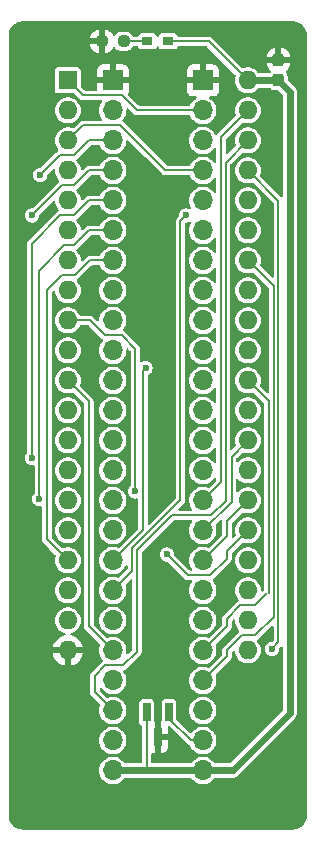
<source format=gbr>
G04 #@! TF.GenerationSoftware,KiCad,Pcbnew,8.0.4+dfsg-1*
G04 #@! TF.CreationDate,2024-12-10T10:55:22+09:00*
G04 #@! TF.ProjectId,bionic-nsc800,62696f6e-6963-42d6-9e73-633830302e6b,3*
G04 #@! TF.SameCoordinates,Original*
G04 #@! TF.FileFunction,Copper,L1,Top*
G04 #@! TF.FilePolarity,Positive*
%FSLAX46Y46*%
G04 Gerber Fmt 4.6, Leading zero omitted, Abs format (unit mm)*
G04 Created by KiCad (PCBNEW 8.0.4+dfsg-1) date 2024-12-10 10:55:22*
%MOMM*%
%LPD*%
G01*
G04 APERTURE LIST*
G04 Aperture macros list*
%AMRoundRect*
0 Rectangle with rounded corners*
0 $1 Rounding radius*
0 $2 $3 $4 $5 $6 $7 $8 $9 X,Y pos of 4 corners*
0 Add a 4 corners polygon primitive as box body*
4,1,4,$2,$3,$4,$5,$6,$7,$8,$9,$2,$3,0*
0 Add four circle primitives for the rounded corners*
1,1,$1+$1,$2,$3*
1,1,$1+$1,$4,$5*
1,1,$1+$1,$6,$7*
1,1,$1+$1,$8,$9*
0 Add four rect primitives between the rounded corners*
20,1,$1+$1,$2,$3,$4,$5,0*
20,1,$1+$1,$4,$5,$6,$7,0*
20,1,$1+$1,$6,$7,$8,$9,0*
20,1,$1+$1,$8,$9,$2,$3,0*%
G04 Aperture macros list end*
G04 #@! TA.AperFunction,SMDPad,CuDef*
%ADD10R,0.965200X0.762000*%
G04 #@! TD*
G04 #@! TA.AperFunction,SMDPad,CuDef*
%ADD11R,0.660400X1.625600*%
G04 #@! TD*
G04 #@! TA.AperFunction,SMDPad,CuDef*
%ADD12RoundRect,0.237500X0.250000X0.237500X-0.250000X0.237500X-0.250000X-0.237500X0.250000X-0.237500X0*%
G04 #@! TD*
G04 #@! TA.AperFunction,SMDPad,CuDef*
%ADD13RoundRect,0.237500X0.237500X-0.300000X0.237500X0.300000X-0.237500X0.300000X-0.237500X-0.300000X0*%
G04 #@! TD*
G04 #@! TA.AperFunction,ComponentPad*
%ADD14R,1.600000X1.600000*%
G04 #@! TD*
G04 #@! TA.AperFunction,ComponentPad*
%ADD15O,1.600000X1.600000*%
G04 #@! TD*
G04 #@! TA.AperFunction,ComponentPad*
%ADD16O,1.700000X1.700000*%
G04 #@! TD*
G04 #@! TA.AperFunction,ComponentPad*
%ADD17R,1.700000X1.700000*%
G04 #@! TD*
G04 #@! TA.AperFunction,ViaPad*
%ADD18C,0.600000*%
G04 #@! TD*
G04 #@! TA.AperFunction,Conductor*
%ADD19C,0.200000*%
G04 #@! TD*
G04 #@! TA.AperFunction,Conductor*
%ADD20C,0.600000*%
G04 #@! TD*
G04 APERTURE END LIST*
D10*
X112823700Y-71778000D03*
X114576300Y-71778000D03*
D11*
X114650001Y-128574000D03*
X112749999Y-128574000D03*
X113700000Y-130706000D03*
D12*
X110802500Y-71778000D03*
X108977500Y-71778000D03*
D13*
X123910800Y-75078900D03*
X123910800Y-73353900D03*
D14*
X106080000Y-75080000D03*
D15*
X106080000Y-77620000D03*
X106080000Y-80160000D03*
X106080000Y-82700000D03*
X106080000Y-85240000D03*
X106080000Y-87780000D03*
X106080000Y-90320000D03*
X106080000Y-92860000D03*
X106080000Y-95400000D03*
X106080000Y-97940000D03*
X106080000Y-100480000D03*
X106080000Y-103020000D03*
X106080000Y-105560000D03*
X106080000Y-108100000D03*
X106080000Y-110640000D03*
X106080000Y-113180000D03*
X106080000Y-115720000D03*
X106080000Y-118260000D03*
X106080000Y-120800000D03*
X106080000Y-123340000D03*
X121320000Y-123340000D03*
X121320000Y-120800000D03*
X121320000Y-118260000D03*
X121320000Y-115720000D03*
X121320000Y-113180000D03*
X121320000Y-110640000D03*
X121320000Y-108100000D03*
X121320000Y-105560000D03*
X121320000Y-103020000D03*
X121320000Y-100480000D03*
X121320000Y-97940000D03*
X121320000Y-95400000D03*
X121320000Y-92860000D03*
X121320000Y-90320000D03*
X121320000Y-87780000D03*
X121320000Y-85240000D03*
X121320000Y-82700000D03*
X121320000Y-80160000D03*
X121320000Y-77620000D03*
X121320000Y-75080000D03*
D16*
X117510000Y-133500000D03*
X117510000Y-130960000D03*
X117510000Y-128420000D03*
X117510000Y-125880000D03*
X117510000Y-123340000D03*
X117510000Y-120800000D03*
X117510000Y-118260000D03*
X117510000Y-115720000D03*
X117510000Y-113180000D03*
X117510000Y-110640000D03*
X117510000Y-108100000D03*
X117510000Y-105560000D03*
X117510000Y-103020000D03*
X117510000Y-100480000D03*
X117510000Y-97940000D03*
X117510000Y-95400000D03*
X117510000Y-92860000D03*
X117510000Y-90320000D03*
X117510000Y-87780000D03*
X117510000Y-85240000D03*
X117510000Y-82700000D03*
X117510000Y-80160000D03*
X117510000Y-77620000D03*
D17*
X117510000Y-75080000D03*
X109890000Y-75080000D03*
D16*
X109890000Y-77620000D03*
X109890000Y-80160000D03*
X109890000Y-82700000D03*
X109890000Y-85240000D03*
X109890000Y-87780000D03*
X109890000Y-90320000D03*
X109890000Y-92860000D03*
X109890000Y-95400000D03*
X109890000Y-97940000D03*
X109890000Y-100480000D03*
X109890000Y-103020000D03*
X109890000Y-105560000D03*
X109890000Y-108100000D03*
X109890000Y-110640000D03*
X109890000Y-113180000D03*
X109890000Y-115720000D03*
X109890000Y-118260000D03*
X109890000Y-120800000D03*
X109890000Y-123340000D03*
X109890000Y-125880000D03*
X109890000Y-128420000D03*
X109890000Y-130960000D03*
X109890000Y-133500000D03*
D18*
X116367000Y-89050000D03*
X114843000Y-81176000D03*
X122209000Y-114450000D03*
X114208000Y-102639000D03*
X113827000Y-86002000D03*
X113700000Y-90955000D03*
X114970000Y-78636000D03*
X122082000Y-129055000D03*
X113700000Y-122070000D03*
X113700000Y-88542000D03*
X113700000Y-132357000D03*
X113700000Y-93495000D03*
X121320000Y-73048000D03*
X114843000Y-83843000D03*
X111795000Y-109878000D03*
X114459000Y-115212000D03*
X112658850Y-99438850D03*
X103667000Y-110513000D03*
X103032000Y-107049000D03*
X103067000Y-86510000D03*
X103752800Y-83081000D03*
X116113000Y-86510000D03*
X123361600Y-123213000D03*
D19*
X114576300Y-71778000D02*
X118018000Y-71778000D01*
X118018000Y-71778000D02*
X121320000Y-75080000D01*
X112823700Y-71778000D02*
X110802500Y-71778000D01*
D20*
X124876000Y-76045200D02*
X124876000Y-128674000D01*
D19*
X112749999Y-128574000D02*
X112749999Y-133438999D01*
D20*
X121320000Y-75080000D02*
X123910800Y-75080000D01*
D19*
X123706500Y-75080000D02*
X123860000Y-74926500D01*
D20*
X112811000Y-133500000D02*
X117510000Y-133500000D01*
X123910800Y-75080000D02*
X124876000Y-76045200D01*
X109890000Y-133500000D02*
X112811000Y-133500000D01*
X124876000Y-128674000D02*
X120050000Y-133500000D01*
X120050000Y-133500000D02*
X117510000Y-133500000D01*
D19*
X111795000Y-97813000D02*
X110652000Y-96670000D01*
X109255000Y-96670000D02*
X107985000Y-95400000D01*
X106080000Y-95400000D02*
X106080000Y-96035000D01*
X110652000Y-96670000D02*
X109255000Y-96670000D01*
X111795000Y-109878000D02*
X111795000Y-97813000D01*
X107985000Y-95400000D02*
X106080000Y-95400000D01*
X119542000Y-112418000D02*
X121320000Y-110640000D01*
X117510000Y-115720000D02*
X119542000Y-113688000D01*
X119542000Y-113688000D02*
X119542000Y-112418000D01*
X107350000Y-78890000D02*
X106080000Y-80160000D01*
X117510000Y-82700000D02*
X114335000Y-82700000D01*
X114335000Y-82700000D02*
X110525000Y-78890000D01*
X110525000Y-78890000D02*
X107350000Y-78890000D01*
X111922000Y-77620000D02*
X117510000Y-77620000D01*
X107350000Y-76350000D02*
X110652000Y-76350000D01*
X110652000Y-76350000D02*
X111922000Y-77620000D01*
X106080000Y-75080000D02*
X107350000Y-76350000D01*
X116240000Y-116990000D02*
X118145000Y-116990000D01*
X119542000Y-114958000D02*
X121320000Y-113180000D01*
X114462000Y-115212000D02*
X116240000Y-116990000D01*
X119542000Y-115593000D02*
X119542000Y-114958000D01*
X118145000Y-116990000D02*
X119542000Y-115593000D01*
X114459000Y-115212000D02*
X114462000Y-115212000D01*
X112430000Y-113180000D02*
X109890000Y-115720000D01*
X112658850Y-99438850D02*
X112430000Y-99667700D01*
X112430000Y-99667700D02*
X112430000Y-113180000D01*
X106651500Y-91590000D02*
X105572000Y-91590000D01*
X107921500Y-90320000D02*
X106651500Y-91590000D01*
X104302000Y-92860000D02*
X104302000Y-113942000D01*
X104302000Y-113942000D02*
X106080000Y-115720000D01*
X109890000Y-90320000D02*
X107921500Y-90320000D01*
X105572000Y-91590000D02*
X104302000Y-92860000D01*
X103667000Y-91177365D02*
X105794365Y-89050000D01*
X106588000Y-89050000D02*
X107858000Y-87780000D01*
X105794365Y-89050000D02*
X106588000Y-89050000D01*
X107858000Y-87780000D02*
X109890000Y-87780000D01*
X103667000Y-110513000D02*
X103667000Y-91177365D01*
X106588000Y-86510000D02*
X107858000Y-85240000D01*
X103032000Y-107049000D02*
X103032000Y-88923000D01*
X107858000Y-85240000D02*
X109890000Y-85240000D01*
X105445000Y-86510000D02*
X106588000Y-86510000D01*
X103032000Y-88923000D02*
X105445000Y-86510000D01*
X103067000Y-86475000D02*
X105572000Y-83970000D01*
X103067000Y-86510000D02*
X103067000Y-86475000D01*
X105572000Y-83970000D02*
X106588000Y-83970000D01*
X107858000Y-82700000D02*
X109890000Y-82700000D01*
X106588000Y-83970000D02*
X107858000Y-82700000D01*
X106588000Y-81430000D02*
X107858000Y-80160000D01*
X105403800Y-81430000D02*
X106588000Y-81430000D01*
X107858000Y-80160000D02*
X109890000Y-80160000D01*
X103752800Y-83081000D02*
X105403800Y-81430000D01*
X117510000Y-110640000D02*
X119034000Y-109116000D01*
X119034000Y-79906000D02*
X121320000Y-77620000D01*
X119034000Y-109116000D02*
X119034000Y-79906000D01*
X119942000Y-110747999D02*
X119942000Y-106938000D01*
X119942000Y-106938000D02*
X121320000Y-105560000D01*
X117510000Y-113180000D02*
X119942000Y-110747999D01*
X107858000Y-121308000D02*
X107858000Y-102258000D01*
X109890000Y-123340000D02*
X107858000Y-121308000D01*
X107858000Y-102258000D02*
X106080000Y-100480000D01*
X114900686Y-111910000D02*
X118214314Y-111910000D01*
X109890000Y-128420000D02*
X108366000Y-126896000D01*
X108366000Y-125511327D02*
X109267327Y-124610000D01*
X109267327Y-124610000D02*
X110779000Y-124610000D01*
X119434000Y-110690314D02*
X119434000Y-82046000D01*
X111941000Y-123448000D02*
X111941000Y-114869686D01*
X110779000Y-124610000D02*
X111941000Y-123448000D01*
X111941000Y-114869686D02*
X114900686Y-111910000D01*
X118214314Y-111910000D02*
X119434000Y-110690314D01*
X119434000Y-82046000D02*
X121320000Y-80160000D01*
X108366000Y-126896000D02*
X108366000Y-125511327D01*
X115605000Y-110640000D02*
X111541000Y-114704000D01*
X111541000Y-116609000D02*
X109890000Y-118260000D01*
X111541000Y-114704000D02*
X111541000Y-116609000D01*
X116113000Y-86510000D02*
X115605000Y-87018000D01*
X115605000Y-87018000D02*
X115605000Y-110640000D01*
X123898000Y-85278000D02*
X121320000Y-82700000D01*
X123361600Y-123203400D02*
X123898000Y-122667000D01*
X123361600Y-123213000D02*
X123361600Y-123203400D01*
X123898000Y-122667000D02*
X123898000Y-85278000D01*
X119542000Y-123340000D02*
X119542000Y-123848000D01*
X123498000Y-120527000D02*
X121955000Y-122070000D01*
X123498000Y-92498000D02*
X123498000Y-120527000D01*
X119542000Y-123848000D02*
X117510000Y-125880000D01*
X120812000Y-122070000D02*
X119542000Y-123340000D01*
X121320000Y-90320000D02*
X123498000Y-92498000D01*
X121955000Y-122070000D02*
X120812000Y-122070000D01*
X119542000Y-120673000D02*
X119542000Y-121308000D01*
X121320000Y-100480000D02*
X123098000Y-102258000D01*
X119542000Y-121308000D02*
X117510000Y-123340000D01*
X120685000Y-119530000D02*
X119542000Y-120673000D01*
X121955000Y-119530000D02*
X120685000Y-119530000D01*
X123098000Y-102258000D02*
X123098000Y-118514000D01*
X122971000Y-118514000D02*
X121955000Y-119530000D01*
X116494000Y-130960000D02*
X117510000Y-130960000D01*
X114650001Y-128574000D02*
X114650001Y-129116001D01*
X114650001Y-129116001D02*
X116494000Y-130960000D01*
G04 #@! TA.AperFunction,Conductor*
G36*
X116511483Y-87068962D02*
G01*
X116534898Y-87125490D01*
X116524825Y-87177385D01*
X116432595Y-87362611D01*
X116374244Y-87567688D01*
X116359367Y-87728246D01*
X116354571Y-87780000D01*
X116374244Y-87992310D01*
X116432595Y-88197389D01*
X116527634Y-88388255D01*
X116656128Y-88558407D01*
X116656135Y-88558413D01*
X116813692Y-88702047D01*
X116813699Y-88702053D01*
X116842927Y-88720150D01*
X116994981Y-88814298D01*
X117193802Y-88891321D01*
X117403390Y-88930500D01*
X117616610Y-88930500D01*
X117826198Y-88891321D01*
X118025019Y-88814298D01*
X118206302Y-88702052D01*
X118363872Y-88558407D01*
X118455498Y-88437075D01*
X118505653Y-88402034D01*
X118566827Y-88403165D01*
X118615654Y-88440037D01*
X118633500Y-88496738D01*
X118633500Y-89603261D01*
X118614593Y-89661452D01*
X118565093Y-89697416D01*
X118503907Y-89697416D01*
X118455497Y-89662922D01*
X118363880Y-89541603D01*
X118363877Y-89541600D01*
X118363872Y-89541593D01*
X118279185Y-89464390D01*
X118206307Y-89397952D01*
X118206300Y-89397946D01*
X118025024Y-89285705D01*
X118025019Y-89285702D01*
X117826195Y-89208678D01*
X117616610Y-89169500D01*
X117403390Y-89169500D01*
X117193804Y-89208678D01*
X116994980Y-89285702D01*
X116994975Y-89285705D01*
X116813699Y-89397946D01*
X116813692Y-89397952D01*
X116656135Y-89541586D01*
X116656131Y-89541589D01*
X116656128Y-89541593D01*
X116656125Y-89541597D01*
X116527635Y-89711743D01*
X116527630Y-89711752D01*
X116432596Y-89902608D01*
X116374244Y-90107688D01*
X116374244Y-90107690D01*
X116354571Y-90320000D01*
X116374244Y-90532310D01*
X116432595Y-90737389D01*
X116527634Y-90928255D01*
X116656128Y-91098407D01*
X116656135Y-91098413D01*
X116813692Y-91242047D01*
X116813699Y-91242053D01*
X116858060Y-91269520D01*
X116994981Y-91354298D01*
X117193802Y-91431321D01*
X117403390Y-91470500D01*
X117616610Y-91470500D01*
X117826198Y-91431321D01*
X118025019Y-91354298D01*
X118206302Y-91242052D01*
X118363872Y-91098407D01*
X118455498Y-90977075D01*
X118505653Y-90942034D01*
X118566827Y-90943165D01*
X118615654Y-90980037D01*
X118633500Y-91036738D01*
X118633500Y-92143261D01*
X118614593Y-92201452D01*
X118565093Y-92237416D01*
X118503907Y-92237416D01*
X118455497Y-92202922D01*
X118363880Y-92081603D01*
X118363877Y-92081600D01*
X118363872Y-92081593D01*
X118305311Y-92028207D01*
X118206307Y-91937952D01*
X118206300Y-91937946D01*
X118025024Y-91825705D01*
X118025019Y-91825702D01*
X117923191Y-91786254D01*
X117826198Y-91748679D01*
X117826197Y-91748678D01*
X117826195Y-91748678D01*
X117616610Y-91709500D01*
X117403390Y-91709500D01*
X117193804Y-91748678D01*
X116994980Y-91825702D01*
X116994975Y-91825705D01*
X116813699Y-91937946D01*
X116813692Y-91937952D01*
X116656135Y-92081586D01*
X116656131Y-92081589D01*
X116656128Y-92081593D01*
X116656125Y-92081597D01*
X116527635Y-92251743D01*
X116527630Y-92251752D01*
X116432596Y-92442608D01*
X116374244Y-92647688D01*
X116354571Y-92860000D01*
X116368350Y-93008708D01*
X116374244Y-93072310D01*
X116432595Y-93277389D01*
X116527634Y-93468255D01*
X116656128Y-93638407D01*
X116656135Y-93638413D01*
X116813692Y-93782047D01*
X116813699Y-93782053D01*
X116917389Y-93846255D01*
X116994981Y-93894298D01*
X117193802Y-93971321D01*
X117403390Y-94010500D01*
X117616610Y-94010500D01*
X117826198Y-93971321D01*
X118025019Y-93894298D01*
X118206302Y-93782052D01*
X118363872Y-93638407D01*
X118455498Y-93517075D01*
X118505653Y-93482034D01*
X118566827Y-93483165D01*
X118615654Y-93520037D01*
X118633500Y-93576738D01*
X118633500Y-94683261D01*
X118614593Y-94741452D01*
X118565093Y-94777416D01*
X118503907Y-94777416D01*
X118455497Y-94742922D01*
X118363880Y-94621603D01*
X118363877Y-94621600D01*
X118363872Y-94621593D01*
X118309623Y-94572139D01*
X118206307Y-94477952D01*
X118206300Y-94477946D01*
X118025024Y-94365705D01*
X118025019Y-94365702D01*
X117826195Y-94288678D01*
X117616610Y-94249500D01*
X117403390Y-94249500D01*
X117193804Y-94288678D01*
X116994980Y-94365702D01*
X116994975Y-94365705D01*
X116813699Y-94477946D01*
X116813692Y-94477952D01*
X116656135Y-94621586D01*
X116656131Y-94621589D01*
X116656128Y-94621593D01*
X116656125Y-94621597D01*
X116527635Y-94791743D01*
X116527630Y-94791752D01*
X116432596Y-94982608D01*
X116374244Y-95187688D01*
X116374244Y-95187690D01*
X116354571Y-95400000D01*
X116374244Y-95612310D01*
X116432595Y-95817389D01*
X116527634Y-96008255D01*
X116656128Y-96178407D01*
X116656135Y-96178413D01*
X116813692Y-96322047D01*
X116813699Y-96322053D01*
X116858060Y-96349520D01*
X116994981Y-96434298D01*
X117193802Y-96511321D01*
X117403390Y-96550500D01*
X117616610Y-96550500D01*
X117826198Y-96511321D01*
X118025019Y-96434298D01*
X118206302Y-96322052D01*
X118363872Y-96178407D01*
X118455498Y-96057075D01*
X118505653Y-96022034D01*
X118566827Y-96023165D01*
X118615654Y-96060037D01*
X118633500Y-96116738D01*
X118633500Y-97223261D01*
X118614593Y-97281452D01*
X118565093Y-97317416D01*
X118503907Y-97317416D01*
X118455497Y-97282922D01*
X118363880Y-97161603D01*
X118363877Y-97161600D01*
X118363872Y-97161593D01*
X118301808Y-97105014D01*
X118206307Y-97017952D01*
X118206300Y-97017946D01*
X118025024Y-96905705D01*
X118025019Y-96905702D01*
X117826195Y-96828678D01*
X117616610Y-96789500D01*
X117403390Y-96789500D01*
X117193804Y-96828678D01*
X116994980Y-96905702D01*
X116994975Y-96905705D01*
X116813699Y-97017946D01*
X116813692Y-97017952D01*
X116656135Y-97161586D01*
X116656131Y-97161589D01*
X116656128Y-97161593D01*
X116656125Y-97161597D01*
X116527635Y-97331743D01*
X116527630Y-97331752D01*
X116432596Y-97522608D01*
X116374244Y-97727688D01*
X116366480Y-97811477D01*
X116354571Y-97940000D01*
X116374244Y-98152310D01*
X116432595Y-98357389D01*
X116527634Y-98548255D01*
X116656128Y-98718407D01*
X116656135Y-98718413D01*
X116813692Y-98862047D01*
X116813699Y-98862053D01*
X116903340Y-98917556D01*
X116994981Y-98974298D01*
X117193802Y-99051321D01*
X117403390Y-99090500D01*
X117616610Y-99090500D01*
X117826198Y-99051321D01*
X118025019Y-98974298D01*
X118206302Y-98862052D01*
X118363872Y-98718407D01*
X118455498Y-98597075D01*
X118505653Y-98562034D01*
X118566827Y-98563165D01*
X118615654Y-98600037D01*
X118633500Y-98656738D01*
X118633500Y-99763261D01*
X118614593Y-99821452D01*
X118565093Y-99857416D01*
X118503907Y-99857416D01*
X118455497Y-99822922D01*
X118363880Y-99701603D01*
X118363877Y-99701600D01*
X118363872Y-99701593D01*
X118309623Y-99652139D01*
X118206307Y-99557952D01*
X118206300Y-99557946D01*
X118025024Y-99445705D01*
X118025019Y-99445702D01*
X117826195Y-99368678D01*
X117616610Y-99329500D01*
X117403390Y-99329500D01*
X117193804Y-99368678D01*
X116994980Y-99445702D01*
X116994975Y-99445705D01*
X116813699Y-99557946D01*
X116813692Y-99557952D01*
X116656135Y-99701586D01*
X116656131Y-99701589D01*
X116656128Y-99701593D01*
X116656125Y-99701597D01*
X116527635Y-99871743D01*
X116527630Y-99871752D01*
X116432596Y-100062608D01*
X116432595Y-100062611D01*
X116420655Y-100104574D01*
X116374244Y-100267688D01*
X116374244Y-100267690D01*
X116354571Y-100480000D01*
X116374244Y-100692310D01*
X116432595Y-100897389D01*
X116527634Y-101088255D01*
X116656128Y-101258407D01*
X116656135Y-101258413D01*
X116813692Y-101402047D01*
X116813699Y-101402053D01*
X116894526Y-101452099D01*
X116994981Y-101514298D01*
X117193802Y-101591321D01*
X117403390Y-101630500D01*
X117616610Y-101630500D01*
X117826198Y-101591321D01*
X118025019Y-101514298D01*
X118206302Y-101402052D01*
X118363872Y-101258407D01*
X118455498Y-101137075D01*
X118505653Y-101102034D01*
X118566827Y-101103165D01*
X118615654Y-101140037D01*
X118633500Y-101196738D01*
X118633500Y-102303261D01*
X118614593Y-102361452D01*
X118565093Y-102397416D01*
X118503907Y-102397416D01*
X118455497Y-102362922D01*
X118363880Y-102241603D01*
X118363877Y-102241600D01*
X118363872Y-102241593D01*
X118309623Y-102192139D01*
X118206307Y-102097952D01*
X118206300Y-102097946D01*
X118025024Y-101985705D01*
X118025019Y-101985702D01*
X117900646Y-101937520D01*
X117826198Y-101908679D01*
X117826197Y-101908678D01*
X117826195Y-101908678D01*
X117616610Y-101869500D01*
X117403390Y-101869500D01*
X117193804Y-101908678D01*
X116994980Y-101985702D01*
X116994975Y-101985705D01*
X116813699Y-102097946D01*
X116813692Y-102097952D01*
X116656135Y-102241586D01*
X116656131Y-102241589D01*
X116656128Y-102241593D01*
X116656125Y-102241597D01*
X116527635Y-102411743D01*
X116527630Y-102411752D01*
X116432596Y-102602608D01*
X116374244Y-102807688D01*
X116374244Y-102807690D01*
X116354571Y-103020000D01*
X116374244Y-103232310D01*
X116432595Y-103437389D01*
X116527634Y-103628255D01*
X116656128Y-103798407D01*
X116656135Y-103798413D01*
X116813692Y-103942047D01*
X116813699Y-103942053D01*
X116917389Y-104006255D01*
X116994981Y-104054298D01*
X117193802Y-104131321D01*
X117403390Y-104170500D01*
X117616610Y-104170500D01*
X117826198Y-104131321D01*
X118025019Y-104054298D01*
X118206302Y-103942052D01*
X118363872Y-103798407D01*
X118455498Y-103677075D01*
X118505653Y-103642034D01*
X118566827Y-103643165D01*
X118615654Y-103680037D01*
X118633500Y-103736738D01*
X118633500Y-104843261D01*
X118614593Y-104901452D01*
X118565093Y-104937416D01*
X118503907Y-104937416D01*
X118455497Y-104902922D01*
X118363880Y-104781603D01*
X118363877Y-104781600D01*
X118363872Y-104781593D01*
X118309623Y-104732139D01*
X118206307Y-104637952D01*
X118206300Y-104637946D01*
X118025024Y-104525705D01*
X118025019Y-104525702D01*
X117826195Y-104448678D01*
X117616610Y-104409500D01*
X117403390Y-104409500D01*
X117193804Y-104448678D01*
X116994980Y-104525702D01*
X116994975Y-104525705D01*
X116813699Y-104637946D01*
X116813692Y-104637952D01*
X116656135Y-104781586D01*
X116656131Y-104781589D01*
X116656128Y-104781593D01*
X116656125Y-104781597D01*
X116527635Y-104951743D01*
X116527630Y-104951752D01*
X116432596Y-105142608D01*
X116374244Y-105347688D01*
X116374244Y-105347690D01*
X116354571Y-105560000D01*
X116374244Y-105772310D01*
X116432595Y-105977389D01*
X116527634Y-106168255D01*
X116656128Y-106338407D01*
X116656135Y-106338413D01*
X116813692Y-106482047D01*
X116813699Y-106482053D01*
X116917389Y-106546255D01*
X116994981Y-106594298D01*
X117193802Y-106671321D01*
X117403390Y-106710500D01*
X117616610Y-106710500D01*
X117826198Y-106671321D01*
X118025019Y-106594298D01*
X118206302Y-106482052D01*
X118363872Y-106338407D01*
X118455498Y-106217075D01*
X118505653Y-106182034D01*
X118566827Y-106183165D01*
X118615654Y-106220037D01*
X118633500Y-106276738D01*
X118633500Y-107383261D01*
X118614593Y-107441452D01*
X118565093Y-107477416D01*
X118503907Y-107477416D01*
X118455497Y-107442922D01*
X118363880Y-107321603D01*
X118363877Y-107321600D01*
X118363872Y-107321593D01*
X118309623Y-107272139D01*
X118206307Y-107177952D01*
X118206300Y-107177946D01*
X118025024Y-107065705D01*
X118025019Y-107065702D01*
X117826195Y-106988678D01*
X117616610Y-106949500D01*
X117403390Y-106949500D01*
X117193804Y-106988678D01*
X116994980Y-107065702D01*
X116994975Y-107065705D01*
X116813699Y-107177946D01*
X116813692Y-107177952D01*
X116656135Y-107321586D01*
X116656131Y-107321589D01*
X116656128Y-107321593D01*
X116656125Y-107321597D01*
X116527635Y-107491743D01*
X116527630Y-107491752D01*
X116432596Y-107682608D01*
X116374244Y-107887688D01*
X116374244Y-107887690D01*
X116354571Y-108100000D01*
X116374244Y-108312310D01*
X116432595Y-108517389D01*
X116527634Y-108708255D01*
X116656128Y-108878407D01*
X116656135Y-108878413D01*
X116813692Y-109022047D01*
X116813699Y-109022053D01*
X116917389Y-109086255D01*
X116994981Y-109134298D01*
X117193802Y-109211321D01*
X117403390Y-109250500D01*
X117616610Y-109250500D01*
X117826198Y-109211321D01*
X118025019Y-109134298D01*
X118206302Y-109022052D01*
X118363872Y-108878407D01*
X118455498Y-108757075D01*
X118505653Y-108722034D01*
X118566827Y-108723165D01*
X118615654Y-108760037D01*
X118633500Y-108816738D01*
X118633500Y-108909098D01*
X118614593Y-108967289D01*
X118604504Y-108979102D01*
X118036673Y-109546932D01*
X117982156Y-109574709D01*
X117930907Y-109569243D01*
X117826198Y-109528679D01*
X117826197Y-109528678D01*
X117826195Y-109528678D01*
X117616610Y-109489500D01*
X117403390Y-109489500D01*
X117193804Y-109528678D01*
X116994980Y-109605702D01*
X116994975Y-109605705D01*
X116813699Y-109717946D01*
X116813692Y-109717952D01*
X116656135Y-109861586D01*
X116656131Y-109861589D01*
X116656128Y-109861593D01*
X116656125Y-109861597D01*
X116527635Y-110031743D01*
X116527630Y-110031752D01*
X116432596Y-110222608D01*
X116374244Y-110427688D01*
X116354571Y-110640000D01*
X116374244Y-110852311D01*
X116383805Y-110885913D01*
X116427434Y-111039252D01*
X116432596Y-111057391D01*
X116527630Y-111248247D01*
X116527635Y-111248256D01*
X116605103Y-111350839D01*
X116625082Y-111408670D01*
X116607253Y-111467201D01*
X116558427Y-111504073D01*
X116526099Y-111509500D01*
X115540901Y-111509500D01*
X115482710Y-111490593D01*
X115446746Y-111441093D01*
X115446746Y-111379907D01*
X115470897Y-111340497D01*
X115773857Y-111037536D01*
X115925480Y-110885913D01*
X115950209Y-110843082D01*
X115978205Y-110794592D01*
X115978205Y-110794590D01*
X115978207Y-110794588D01*
X116005500Y-110692727D01*
X116005500Y-110587273D01*
X116005500Y-87224899D01*
X116024407Y-87166708D01*
X116034486Y-87154905D01*
X116044715Y-87144676D01*
X116099230Y-87116901D01*
X116110448Y-87116017D01*
X116112996Y-87115681D01*
X116113000Y-87115682D01*
X116269762Y-87095044D01*
X116398319Y-87041793D01*
X116459314Y-87036993D01*
X116511483Y-87068962D01*
G37*
G04 #@! TD.AperFunction*
G04 #@! TA.AperFunction,Conductor*
G36*
X125133875Y-70075805D02*
G01*
X125309097Y-70089594D01*
X125324430Y-70092023D01*
X125491550Y-70132145D01*
X125506317Y-70136943D01*
X125665104Y-70202715D01*
X125678926Y-70209758D01*
X125825469Y-70299560D01*
X125838032Y-70308688D01*
X125968717Y-70420303D01*
X125979699Y-70431285D01*
X126091311Y-70561967D01*
X126100440Y-70574532D01*
X126190238Y-70721068D01*
X126197287Y-70734902D01*
X126263054Y-70893678D01*
X126267855Y-70908453D01*
X126307975Y-71075564D01*
X126310405Y-71090907D01*
X126324195Y-71266123D01*
X126324500Y-71273891D01*
X126324500Y-137306108D01*
X126324195Y-137313876D01*
X126310405Y-137489092D01*
X126307975Y-137504435D01*
X126267855Y-137671546D01*
X126263054Y-137686321D01*
X126197287Y-137845097D01*
X126190234Y-137858939D01*
X126100442Y-138005465D01*
X126091311Y-138018032D01*
X125979699Y-138148714D01*
X125968714Y-138159699D01*
X125838032Y-138271311D01*
X125825465Y-138280442D01*
X125678939Y-138370234D01*
X125665097Y-138377287D01*
X125506321Y-138443054D01*
X125491546Y-138447855D01*
X125324435Y-138487975D01*
X125309092Y-138490405D01*
X125149743Y-138502946D01*
X125133874Y-138504195D01*
X125126108Y-138504500D01*
X102273892Y-138504500D01*
X102266125Y-138504195D01*
X102247014Y-138502691D01*
X102090907Y-138490405D01*
X102075564Y-138487975D01*
X101908453Y-138447855D01*
X101893678Y-138443054D01*
X101734902Y-138377287D01*
X101721068Y-138370238D01*
X101574532Y-138280440D01*
X101561967Y-138271311D01*
X101462706Y-138186535D01*
X101431282Y-138159696D01*
X101420303Y-138148717D01*
X101308688Y-138018032D01*
X101299560Y-138005469D01*
X101209758Y-137858926D01*
X101202715Y-137845104D01*
X101136943Y-137686317D01*
X101132144Y-137671546D01*
X101092024Y-137504435D01*
X101089594Y-137489097D01*
X101075805Y-137313875D01*
X101075500Y-137306108D01*
X101075500Y-133500000D01*
X108734571Y-133500000D01*
X108754244Y-133712310D01*
X108798745Y-133868713D01*
X108812596Y-133917391D01*
X108903772Y-134100500D01*
X108907634Y-134108255D01*
X109036128Y-134278407D01*
X109036135Y-134278413D01*
X109193692Y-134422047D01*
X109193699Y-134422053D01*
X109297389Y-134486255D01*
X109374981Y-134534298D01*
X109573802Y-134611321D01*
X109783390Y-134650500D01*
X109996610Y-134650500D01*
X110206198Y-134611321D01*
X110405019Y-134534298D01*
X110586302Y-134422052D01*
X110743872Y-134278407D01*
X110848515Y-134139838D01*
X110898671Y-134104796D01*
X110927518Y-134100500D01*
X112731943Y-134100500D01*
X116472482Y-134100500D01*
X116530673Y-134119407D01*
X116551483Y-134139836D01*
X116656128Y-134278407D01*
X116656135Y-134278413D01*
X116813692Y-134422047D01*
X116813699Y-134422053D01*
X116917389Y-134486255D01*
X116994981Y-134534298D01*
X117193802Y-134611321D01*
X117403390Y-134650500D01*
X117616610Y-134650500D01*
X117826198Y-134611321D01*
X118025019Y-134534298D01*
X118206302Y-134422052D01*
X118363872Y-134278407D01*
X118468515Y-134139838D01*
X118518671Y-134104796D01*
X118547518Y-134100500D01*
X119964864Y-134100500D01*
X119964880Y-134100501D01*
X119970943Y-134100501D01*
X120129056Y-134100501D01*
X120129057Y-134100501D01*
X120281785Y-134059577D01*
X120331904Y-134030639D01*
X120418716Y-133980520D01*
X120530520Y-133868716D01*
X120530521Y-133868713D01*
X125356520Y-129042716D01*
X125435577Y-128905784D01*
X125476501Y-128753057D01*
X125476501Y-128594942D01*
X125476501Y-128588880D01*
X125476500Y-128588862D01*
X125476500Y-76132244D01*
X125476501Y-76132231D01*
X125476501Y-75966145D01*
X125476501Y-75966143D01*
X125435577Y-75813415D01*
X125370544Y-75700775D01*
X125356520Y-75676484D01*
X125244716Y-75564680D01*
X125244713Y-75564678D01*
X124715296Y-75035261D01*
X124687519Y-74980744D01*
X124686300Y-74965257D01*
X124686300Y-74736783D01*
X124686300Y-74736782D01*
X124675917Y-74650323D01*
X124621662Y-74512742D01*
X124540634Y-74405890D01*
X124520540Y-74348101D01*
X124538251Y-74289535D01*
X124567548Y-74261812D01*
X124608835Y-74236346D01*
X124730746Y-74114435D01*
X124821251Y-73967706D01*
X124875481Y-73804048D01*
X124885800Y-73703055D01*
X124885800Y-73603901D01*
X124885799Y-73603900D01*
X122935802Y-73603900D01*
X122935801Y-73603901D01*
X122935801Y-73703054D01*
X122946117Y-73804042D01*
X122946120Y-73804054D01*
X123000348Y-73967706D01*
X123090853Y-74114435D01*
X123212762Y-74236344D01*
X123254052Y-74261812D01*
X123293654Y-74308453D01*
X123298277Y-74369463D01*
X123280965Y-74405891D01*
X123254859Y-74440318D01*
X123204633Y-74475261D01*
X123175974Y-74479500D01*
X122294863Y-74479500D01*
X122236672Y-74460593D01*
X122215861Y-74440163D01*
X122136764Y-74335421D01*
X121986041Y-74198019D01*
X121812637Y-74090652D01*
X121622456Y-74016976D01*
X121622455Y-74016975D01*
X121622453Y-74016975D01*
X121421976Y-73979500D01*
X121218024Y-73979500D01*
X121017552Y-74016974D01*
X121017546Y-74016975D01*
X121017544Y-74016976D01*
X120989619Y-74027794D01*
X120937738Y-74047892D01*
X120876647Y-74051281D01*
X120831973Y-74025580D01*
X119811137Y-73004744D01*
X122935800Y-73004744D01*
X122935800Y-73103899D01*
X122935801Y-73103900D01*
X123660799Y-73103900D01*
X123660800Y-73103899D01*
X123660800Y-72316401D01*
X124160800Y-72316401D01*
X124160800Y-73103899D01*
X124160801Y-73103900D01*
X124885798Y-73103900D01*
X124885799Y-73103899D01*
X124885799Y-73004745D01*
X124875482Y-72903757D01*
X124875479Y-72903745D01*
X124821251Y-72740093D01*
X124730746Y-72593364D01*
X124608835Y-72471453D01*
X124462106Y-72380948D01*
X124298448Y-72326718D01*
X124197455Y-72316400D01*
X124160801Y-72316400D01*
X124160800Y-72316401D01*
X123660800Y-72316401D01*
X123660800Y-72316400D01*
X123624157Y-72316400D01*
X123624151Y-72316401D01*
X123523157Y-72326717D01*
X123523145Y-72326720D01*
X123359493Y-72380948D01*
X123212764Y-72471453D01*
X123090853Y-72593364D01*
X123000348Y-72740093D01*
X122946118Y-72903751D01*
X122935800Y-73004744D01*
X119811137Y-73004744D01*
X119549072Y-72742679D01*
X118263913Y-71457520D01*
X118263910Y-71457518D01*
X118263909Y-71457517D01*
X118263908Y-71457516D01*
X118172591Y-71404794D01*
X118172593Y-71404794D01*
X118133070Y-71394204D01*
X118070727Y-71377500D01*
X118070725Y-71377500D01*
X115443287Y-71377500D01*
X115385096Y-71358593D01*
X115352723Y-71318489D01*
X115311106Y-71224235D01*
X115231665Y-71144794D01*
X115128891Y-71099415D01*
X115128890Y-71099414D01*
X115128888Y-71099414D01*
X115103768Y-71096500D01*
X114048839Y-71096500D01*
X114048836Y-71096501D01*
X114023709Y-71099414D01*
X113920935Y-71144794D01*
X113841494Y-71224235D01*
X113799878Y-71318488D01*
X113796113Y-71327014D01*
X113795526Y-71329173D01*
X113794403Y-71330886D01*
X113793108Y-71333821D01*
X113792622Y-71333606D01*
X113762003Y-71380357D01*
X113704797Y-71402062D01*
X113645758Y-71385996D01*
X113607438Y-71338297D01*
X113604472Y-71329166D01*
X113603885Y-71327011D01*
X113603885Y-71327009D01*
X113558506Y-71224235D01*
X113479065Y-71144794D01*
X113376291Y-71099415D01*
X113376290Y-71099414D01*
X113376288Y-71099414D01*
X113351168Y-71096500D01*
X112296239Y-71096500D01*
X112296236Y-71096501D01*
X112271109Y-71099414D01*
X112168335Y-71144794D01*
X112088894Y-71224235D01*
X112047276Y-71318489D01*
X112006477Y-71364084D01*
X111956713Y-71377500D01*
X111633921Y-71377500D01*
X111575730Y-71358593D01*
X111541824Y-71314819D01*
X111525862Y-71274342D01*
X111436500Y-71156500D01*
X111318658Y-71067138D01*
X111181079Y-71012883D01*
X111094620Y-71002500D01*
X111094618Y-71002500D01*
X110510382Y-71002500D01*
X110510379Y-71002500D01*
X110423920Y-71012883D01*
X110286341Y-71067138D01*
X110168503Y-71156497D01*
X110168496Y-71156504D01*
X110079455Y-71273922D01*
X110029229Y-71308864D01*
X109968056Y-71307610D01*
X109919304Y-71270639D01*
X109906596Y-71245239D01*
X109900450Y-71226692D01*
X109809946Y-71079964D01*
X109688035Y-70958053D01*
X109541306Y-70867548D01*
X109377648Y-70813318D01*
X109276655Y-70803000D01*
X109227501Y-70803000D01*
X109227500Y-70803001D01*
X109227500Y-72752998D01*
X109227501Y-72752999D01*
X109276654Y-72752999D01*
X109377642Y-72742682D01*
X109377654Y-72742679D01*
X109541306Y-72688451D01*
X109688035Y-72597946D01*
X109809946Y-72476035D01*
X109900451Y-72329306D01*
X109906596Y-72310761D01*
X109942845Y-72261469D01*
X110001144Y-72242899D01*
X110059225Y-72262142D01*
X110079456Y-72282078D01*
X110105484Y-72316401D01*
X110168500Y-72399500D01*
X110286342Y-72488862D01*
X110423923Y-72543117D01*
X110510382Y-72553500D01*
X110510384Y-72553500D01*
X111094616Y-72553500D01*
X111094618Y-72553500D01*
X111181077Y-72543117D01*
X111318658Y-72488862D01*
X111436500Y-72399500D01*
X111525862Y-72281658D01*
X111541824Y-72241180D01*
X111580760Y-72193984D01*
X111633921Y-72178500D01*
X111956713Y-72178500D01*
X112014904Y-72197407D01*
X112047276Y-72237510D01*
X112088894Y-72331765D01*
X112168335Y-72411206D01*
X112271109Y-72456585D01*
X112296235Y-72459500D01*
X113351164Y-72459499D01*
X113376291Y-72456585D01*
X113479065Y-72411206D01*
X113558506Y-72331765D01*
X113603885Y-72228991D01*
X113603886Y-72228978D01*
X113604469Y-72226838D01*
X113605592Y-72225122D01*
X113606892Y-72222179D01*
X113607378Y-72222393D01*
X113637986Y-72175650D01*
X113695190Y-72153938D01*
X113754230Y-72169996D01*
X113792556Y-72217691D01*
X113795525Y-72226826D01*
X113796112Y-72228984D01*
X113796114Y-72228990D01*
X113796115Y-72228991D01*
X113841494Y-72331765D01*
X113920935Y-72411206D01*
X114023709Y-72456585D01*
X114048835Y-72459500D01*
X115103764Y-72459499D01*
X115128891Y-72456585D01*
X115231665Y-72411206D01*
X115311106Y-72331765D01*
X115352723Y-72237510D01*
X115393523Y-72191916D01*
X115443287Y-72178500D01*
X117811099Y-72178500D01*
X117869290Y-72197407D01*
X117881103Y-72207496D01*
X120262663Y-74589056D01*
X120290440Y-74643573D01*
X120287880Y-74686152D01*
X120233603Y-74876915D01*
X120218931Y-75035261D01*
X120214785Y-75080000D01*
X120233603Y-75283083D01*
X120289418Y-75479250D01*
X120380327Y-75661821D01*
X120503236Y-75824579D01*
X120653959Y-75961981D01*
X120827363Y-76069348D01*
X121017544Y-76143024D01*
X121218024Y-76180500D01*
X121421976Y-76180500D01*
X121622456Y-76143024D01*
X121812637Y-76069348D01*
X121986041Y-75961981D01*
X122136764Y-75824579D01*
X122215860Y-75719837D01*
X122266016Y-75684796D01*
X122294863Y-75680500D01*
X123177642Y-75680500D01*
X123235833Y-75699407D01*
X123256525Y-75719680D01*
X123289300Y-75762900D01*
X123407142Y-75852262D01*
X123544723Y-75906517D01*
X123631182Y-75916900D01*
X123857457Y-75916900D01*
X123915648Y-75935807D01*
X123927461Y-75945896D01*
X124246504Y-76264939D01*
X124274281Y-76319456D01*
X124275500Y-76334943D01*
X124275500Y-84850099D01*
X124256593Y-84908290D01*
X124207093Y-84944254D01*
X124145907Y-84944254D01*
X124106496Y-84920103D01*
X122377336Y-83190943D01*
X122349559Y-83136426D01*
X122352118Y-83093848D01*
X122406397Y-82903083D01*
X122425215Y-82700000D01*
X122406397Y-82496917D01*
X122350582Y-82300750D01*
X122259673Y-82118179D01*
X122136764Y-81955421D01*
X121986041Y-81818019D01*
X121812637Y-81710652D01*
X121622456Y-81636976D01*
X121622455Y-81636975D01*
X121622453Y-81636975D01*
X121421976Y-81599500D01*
X121218024Y-81599500D01*
X121017546Y-81636975D01*
X120947632Y-81664059D01*
X120827363Y-81710652D01*
X120677881Y-81803207D01*
X120653959Y-81818019D01*
X120503237Y-81955420D01*
X120380328Y-82118177D01*
X120380323Y-82118186D01*
X120298450Y-82282611D01*
X120289418Y-82300750D01*
X120233603Y-82496917D01*
X120214785Y-82700000D01*
X120233603Y-82903083D01*
X120289418Y-83099250D01*
X120380327Y-83281821D01*
X120503236Y-83444579D01*
X120653959Y-83581981D01*
X120827363Y-83689348D01*
X121017544Y-83763024D01*
X121218024Y-83800500D01*
X121421976Y-83800500D01*
X121622456Y-83763024D01*
X121702259Y-83732107D01*
X121763351Y-83728718D01*
X121808026Y-83754419D01*
X123468504Y-85414896D01*
X123496281Y-85469413D01*
X123497500Y-85484900D01*
X123497500Y-91692099D01*
X123478593Y-91750290D01*
X123429093Y-91786254D01*
X123367907Y-91786254D01*
X123328496Y-91762103D01*
X122377336Y-90810943D01*
X122349559Y-90756426D01*
X122352118Y-90713848D01*
X122406397Y-90523083D01*
X122425215Y-90320000D01*
X122406397Y-90116917D01*
X122350582Y-89920750D01*
X122259673Y-89738179D01*
X122136764Y-89575421D01*
X121986041Y-89438019D01*
X121812637Y-89330652D01*
X121622456Y-89256976D01*
X121622455Y-89256975D01*
X121622453Y-89256975D01*
X121421976Y-89219500D01*
X121218024Y-89219500D01*
X121017546Y-89256975D01*
X120947632Y-89284059D01*
X120827363Y-89330652D01*
X120677881Y-89423207D01*
X120653959Y-89438019D01*
X120503237Y-89575420D01*
X120380328Y-89738177D01*
X120380323Y-89738186D01*
X120298450Y-89902611D01*
X120289418Y-89920750D01*
X120233603Y-90116917D01*
X120214785Y-90320000D01*
X120233603Y-90523083D01*
X120289418Y-90719250D01*
X120380327Y-90901821D01*
X120503236Y-91064579D01*
X120653959Y-91201981D01*
X120827363Y-91309348D01*
X121017544Y-91383024D01*
X121218024Y-91420500D01*
X121421976Y-91420500D01*
X121622456Y-91383024D01*
X121702259Y-91352107D01*
X121763351Y-91348718D01*
X121808026Y-91374419D01*
X123068504Y-92634897D01*
X123096281Y-92689414D01*
X123097500Y-92704901D01*
X123097500Y-101452099D01*
X123078593Y-101510290D01*
X123029093Y-101546254D01*
X122967907Y-101546254D01*
X122928496Y-101522103D01*
X122377336Y-100970943D01*
X122349559Y-100916426D01*
X122352118Y-100873848D01*
X122406397Y-100683083D01*
X122425215Y-100480000D01*
X122406397Y-100276917D01*
X122350582Y-100080750D01*
X122259673Y-99898179D01*
X122136764Y-99735421D01*
X121986041Y-99598019D01*
X121812637Y-99490652D01*
X121622456Y-99416976D01*
X121622455Y-99416975D01*
X121622453Y-99416975D01*
X121421976Y-99379500D01*
X121218024Y-99379500D01*
X121017546Y-99416975D01*
X120961083Y-99438849D01*
X120827363Y-99490652D01*
X120653959Y-99598019D01*
X120503236Y-99735421D01*
X120498503Y-99741689D01*
X120380328Y-99898177D01*
X120380323Y-99898186D01*
X120298450Y-100062611D01*
X120289418Y-100080750D01*
X120233603Y-100276917D01*
X120214785Y-100480000D01*
X120233603Y-100683083D01*
X120289418Y-100879250D01*
X120380327Y-101061821D01*
X120503236Y-101224579D01*
X120653959Y-101361981D01*
X120827363Y-101469348D01*
X121017544Y-101543024D01*
X121218024Y-101580500D01*
X121421976Y-101580500D01*
X121622456Y-101543024D01*
X121702258Y-101512107D01*
X121763350Y-101508717D01*
X121808026Y-101534418D01*
X122668504Y-102394896D01*
X122696281Y-102449413D01*
X122697500Y-102464900D01*
X122697500Y-118180099D01*
X122678593Y-118238290D01*
X122668503Y-118250103D01*
X122594129Y-118324476D01*
X122539612Y-118352253D01*
X122479180Y-118342681D01*
X122435916Y-118299416D01*
X122425548Y-118263606D01*
X122425214Y-118260006D01*
X122425215Y-118260000D01*
X122406397Y-118056917D01*
X122350582Y-117860750D01*
X122259673Y-117678179D01*
X122136764Y-117515421D01*
X121986041Y-117378019D01*
X121812637Y-117270652D01*
X121622456Y-117196976D01*
X121622455Y-117196975D01*
X121622453Y-117196975D01*
X121421976Y-117159500D01*
X121218024Y-117159500D01*
X121017546Y-117196975D01*
X120977353Y-117212546D01*
X120827363Y-117270652D01*
X120677881Y-117363207D01*
X120653959Y-117378019D01*
X120503237Y-117515420D01*
X120380328Y-117678177D01*
X120380323Y-117678186D01*
X120298450Y-117842611D01*
X120289418Y-117860750D01*
X120233603Y-118056917D01*
X120214785Y-118260000D01*
X120233603Y-118463083D01*
X120289418Y-118659250D01*
X120380327Y-118841821D01*
X120503236Y-119004579D01*
X120503238Y-119004581D01*
X120503239Y-119004582D01*
X120515951Y-119016170D01*
X120546217Y-119069345D01*
X120539448Y-119130154D01*
X120498757Y-119175068D01*
X120439089Y-119209518D01*
X119221516Y-120427091D01*
X119168793Y-120518411D01*
X119168792Y-120518411D01*
X119168793Y-120518412D01*
X119141500Y-120620273D01*
X119141500Y-121101098D01*
X119122593Y-121159289D01*
X119112504Y-121171102D01*
X118036673Y-122246932D01*
X117982156Y-122274709D01*
X117930907Y-122269243D01*
X117826198Y-122228679D01*
X117826197Y-122228678D01*
X117826195Y-122228678D01*
X117616610Y-122189500D01*
X117403390Y-122189500D01*
X117193804Y-122228678D01*
X116994980Y-122305702D01*
X116994975Y-122305705D01*
X116813699Y-122417946D01*
X116813692Y-122417952D01*
X116656135Y-122561586D01*
X116656131Y-122561589D01*
X116656128Y-122561593D01*
X116656125Y-122561597D01*
X116527635Y-122731743D01*
X116527630Y-122731752D01*
X116432596Y-122922608D01*
X116374244Y-123127688D01*
X116354571Y-123340000D01*
X116374244Y-123552311D01*
X116388551Y-123602592D01*
X116432595Y-123757389D01*
X116527634Y-123948255D01*
X116656128Y-124118407D01*
X116656135Y-124118413D01*
X116813692Y-124262047D01*
X116813699Y-124262053D01*
X116851826Y-124285660D01*
X116994981Y-124374298D01*
X117193802Y-124451321D01*
X117403390Y-124490500D01*
X117616610Y-124490500D01*
X117826198Y-124451321D01*
X118025019Y-124374298D01*
X118206302Y-124262052D01*
X118363872Y-124118407D01*
X118492366Y-123948255D01*
X118587405Y-123757389D01*
X118645756Y-123552310D01*
X118665429Y-123340000D01*
X118645756Y-123127690D01*
X118587405Y-122922611D01*
X118587399Y-122922598D01*
X118585752Y-122918344D01*
X118587132Y-122917809D01*
X118579019Y-122863364D01*
X118606648Y-122809743D01*
X119862480Y-121553913D01*
X119915207Y-121462588D01*
X119942500Y-121360727D01*
X119942500Y-121255273D01*
X119942500Y-120879899D01*
X119961407Y-120821708D01*
X119971490Y-120809902D01*
X120045871Y-120735521D01*
X120100384Y-120707745D01*
X120160816Y-120717316D01*
X120204081Y-120760580D01*
X120214450Y-120796391D01*
X120222446Y-120882682D01*
X120233603Y-121003083D01*
X120281409Y-121171103D01*
X120289419Y-121199252D01*
X120369823Y-121360727D01*
X120380327Y-121381821D01*
X120503236Y-121544579D01*
X120566701Y-121602435D01*
X120596966Y-121655608D01*
X120590195Y-121716418D01*
X120570008Y-121745599D01*
X119221516Y-123094091D01*
X119168793Y-123185411D01*
X119168792Y-123185411D01*
X119168793Y-123185412D01*
X119141500Y-123287273D01*
X119141500Y-123641098D01*
X119122593Y-123699289D01*
X119112504Y-123711102D01*
X118036673Y-124786932D01*
X117982156Y-124814709D01*
X117930907Y-124809243D01*
X117826198Y-124768679D01*
X117826197Y-124768678D01*
X117826195Y-124768678D01*
X117616610Y-124729500D01*
X117403390Y-124729500D01*
X117193804Y-124768678D01*
X116994980Y-124845702D01*
X116994975Y-124845705D01*
X116813699Y-124957946D01*
X116813692Y-124957952D01*
X116656135Y-125101586D01*
X116656131Y-125101589D01*
X116656128Y-125101593D01*
X116656125Y-125101597D01*
X116527635Y-125271743D01*
X116527630Y-125271752D01*
X116432596Y-125462608D01*
X116374244Y-125667688D01*
X116374244Y-125667690D01*
X116354571Y-125880000D01*
X116374244Y-126092310D01*
X116432595Y-126297389D01*
X116527634Y-126488255D01*
X116656128Y-126658407D01*
X116706784Y-126704586D01*
X116813692Y-126802047D01*
X116813699Y-126802053D01*
X116880272Y-126843273D01*
X116994981Y-126914298D01*
X117193802Y-126991321D01*
X117403390Y-127030500D01*
X117616610Y-127030500D01*
X117826198Y-126991321D01*
X118025019Y-126914298D01*
X118206302Y-126802052D01*
X118363872Y-126658407D01*
X118492366Y-126488255D01*
X118587405Y-126297389D01*
X118645756Y-126092310D01*
X118665429Y-125880000D01*
X118645756Y-125667690D01*
X118587405Y-125462611D01*
X118587401Y-125462604D01*
X118585752Y-125458344D01*
X118587132Y-125457809D01*
X118579019Y-125403364D01*
X118606648Y-125349743D01*
X119862480Y-124093913D01*
X119915207Y-124002588D01*
X119942500Y-123900727D01*
X119942500Y-123795273D01*
X119942500Y-123546899D01*
X119961407Y-123488708D01*
X119971484Y-123476908D01*
X120056642Y-123391750D01*
X120111156Y-123363975D01*
X120171588Y-123373546D01*
X120214853Y-123416811D01*
X120225220Y-123452619D01*
X120233603Y-123543083D01*
X120288930Y-123737536D01*
X120289419Y-123739252D01*
X120369823Y-123900727D01*
X120380327Y-123921821D01*
X120503236Y-124084579D01*
X120653959Y-124221981D01*
X120827363Y-124329348D01*
X121017544Y-124403024D01*
X121218024Y-124440500D01*
X121421976Y-124440500D01*
X121622456Y-124403024D01*
X121812637Y-124329348D01*
X121986041Y-124221981D01*
X122136764Y-124084579D01*
X122259673Y-123921821D01*
X122350582Y-123739250D01*
X122406397Y-123543083D01*
X122425215Y-123340000D01*
X122406397Y-123136917D01*
X122350582Y-122940750D01*
X122259673Y-122758179D01*
X122136764Y-122595421D01*
X122124047Y-122583828D01*
X122093782Y-122530654D01*
X122100552Y-122469844D01*
X122141241Y-122424931D01*
X122200913Y-122390480D01*
X123328496Y-121262895D01*
X123383013Y-121235119D01*
X123443445Y-121244690D01*
X123486710Y-121287955D01*
X123497500Y-121332900D01*
X123497500Y-122460099D01*
X123478593Y-122518290D01*
X123468505Y-122530101D01*
X123419551Y-122579054D01*
X123365036Y-122606831D01*
X123362471Y-122607203D01*
X123204841Y-122627955D01*
X123204833Y-122627957D01*
X123058761Y-122688462D01*
X123058760Y-122688462D01*
X122933323Y-122784713D01*
X122933313Y-122784723D01*
X122837062Y-122910160D01*
X122837062Y-122910161D01*
X122776557Y-123056233D01*
X122776555Y-123056241D01*
X122755918Y-123212999D01*
X122755918Y-123213000D01*
X122776555Y-123369758D01*
X122776557Y-123369766D01*
X122837062Y-123515838D01*
X122837062Y-123515839D01*
X122933313Y-123641276D01*
X122933318Y-123641282D01*
X123058759Y-123737536D01*
X123058760Y-123737536D01*
X123058761Y-123737537D01*
X123106688Y-123757389D01*
X123204838Y-123798044D01*
X123322409Y-123813522D01*
X123361599Y-123818682D01*
X123361600Y-123818682D01*
X123361601Y-123818682D01*
X123392952Y-123814554D01*
X123518362Y-123798044D01*
X123664441Y-123737536D01*
X123789882Y-123641282D01*
X123886136Y-123515841D01*
X123946644Y-123369762D01*
X123967282Y-123213000D01*
X123967282Y-123212999D01*
X123967282Y-123206511D01*
X123970145Y-123206511D01*
X123979086Y-123158096D01*
X123996112Y-123135279D01*
X124106498Y-123024894D01*
X124161013Y-122997118D01*
X124221445Y-123006690D01*
X124264710Y-123049954D01*
X124275500Y-123094899D01*
X124275500Y-128384256D01*
X124256593Y-128442447D01*
X124246504Y-128454260D01*
X119830261Y-132870504D01*
X119775744Y-132898281D01*
X119760257Y-132899500D01*
X118547518Y-132899500D01*
X118489327Y-132880593D01*
X118468516Y-132860163D01*
X118363872Y-132721593D01*
X118309623Y-132672139D01*
X118206307Y-132577952D01*
X118206300Y-132577946D01*
X118025024Y-132465705D01*
X118025019Y-132465702D01*
X117826195Y-132388678D01*
X117616610Y-132349500D01*
X117403390Y-132349500D01*
X117193804Y-132388678D01*
X116994980Y-132465702D01*
X116994975Y-132465705D01*
X116813699Y-132577946D01*
X116813692Y-132577952D01*
X116656135Y-132721586D01*
X116656131Y-132721589D01*
X116656128Y-132721593D01*
X116551484Y-132860161D01*
X116501329Y-132895204D01*
X116472482Y-132899500D01*
X113249499Y-132899500D01*
X113191308Y-132880593D01*
X113155344Y-132831093D01*
X113150499Y-132800500D01*
X113150499Y-132110579D01*
X113169406Y-132052388D01*
X113218906Y-132016424D01*
X113260081Y-132012146D01*
X113321976Y-132018800D01*
X113449999Y-132018800D01*
X113450000Y-132018799D01*
X113450000Y-130956001D01*
X113950000Y-130956001D01*
X113950000Y-132018799D01*
X113950001Y-132018800D01*
X114078024Y-132018800D01*
X114137570Y-132012398D01*
X114137581Y-132012396D01*
X114272288Y-131962153D01*
X114272290Y-131962152D01*
X114387384Y-131875992D01*
X114387392Y-131875984D01*
X114473552Y-131760890D01*
X114473553Y-131760888D01*
X114523796Y-131626181D01*
X114523798Y-131626170D01*
X114530200Y-131566624D01*
X114530200Y-130956001D01*
X114530199Y-130956000D01*
X113950001Y-130956000D01*
X113950000Y-130956001D01*
X113450000Y-130956001D01*
X113450000Y-129393201D01*
X113950000Y-129393201D01*
X113950000Y-130455999D01*
X113950001Y-130456000D01*
X114530199Y-130456000D01*
X114530200Y-130455999D01*
X114530200Y-129845376D01*
X114526133Y-129807550D01*
X114538712Y-129747672D01*
X114584083Y-129706622D01*
X114644918Y-129700082D01*
X114694570Y-129726963D01*
X116173520Y-131205913D01*
X116173519Y-131205913D01*
X116248087Y-131280480D01*
X116339409Y-131333205D01*
X116339411Y-131333206D01*
X116339413Y-131333207D01*
X116378448Y-131343666D01*
X116429763Y-131376990D01*
X116441446Y-131395165D01*
X116527634Y-131568255D01*
X116656128Y-131738407D01*
X116680791Y-131760890D01*
X116813692Y-131882047D01*
X116813699Y-131882053D01*
X116917389Y-131946255D01*
X116994981Y-131994298D01*
X117193802Y-132071321D01*
X117403390Y-132110500D01*
X117616610Y-132110500D01*
X117826198Y-132071321D01*
X118025019Y-131994298D01*
X118206302Y-131882052D01*
X118363872Y-131738407D01*
X118492366Y-131568255D01*
X118587405Y-131377389D01*
X118645756Y-131172310D01*
X118665429Y-130960000D01*
X118645756Y-130747690D01*
X118587405Y-130542611D01*
X118492366Y-130351745D01*
X118363872Y-130181593D01*
X118309623Y-130132139D01*
X118206307Y-130037952D01*
X118206300Y-130037946D01*
X118025024Y-129925705D01*
X118025019Y-129925702D01*
X117826195Y-129848678D01*
X117616610Y-129809500D01*
X117403390Y-129809500D01*
X117193804Y-129848678D01*
X116994980Y-129925702D01*
X116994975Y-129925705D01*
X116813699Y-130037946D01*
X116813692Y-130037952D01*
X116656135Y-130181586D01*
X116656119Y-130181603D01*
X116563712Y-130303969D01*
X116513556Y-130339012D01*
X116452381Y-130337881D01*
X116414705Y-130314312D01*
X115309696Y-129209303D01*
X115281919Y-129154786D01*
X115280700Y-129139299D01*
X115280700Y-128420000D01*
X116354571Y-128420000D01*
X116374244Y-128632310D01*
X116432595Y-128837389D01*
X116527634Y-129028255D01*
X116656128Y-129198407D01*
X116726734Y-129262773D01*
X116813692Y-129342047D01*
X116813699Y-129342053D01*
X116865769Y-129374293D01*
X116994981Y-129454298D01*
X117193802Y-129531321D01*
X117403390Y-129570500D01*
X117616610Y-129570500D01*
X117826198Y-129531321D01*
X118025019Y-129454298D01*
X118206302Y-129342052D01*
X118363872Y-129198407D01*
X118492366Y-129028255D01*
X118587405Y-128837389D01*
X118645756Y-128632310D01*
X118665429Y-128420000D01*
X118645756Y-128207690D01*
X118587405Y-128002611D01*
X118492366Y-127811745D01*
X118363872Y-127641593D01*
X118218419Y-127508994D01*
X118206307Y-127497952D01*
X118206300Y-127497946D01*
X118025024Y-127385705D01*
X118025019Y-127385702D01*
X117939657Y-127352633D01*
X117826198Y-127308679D01*
X117826197Y-127308678D01*
X117826195Y-127308678D01*
X117616610Y-127269500D01*
X117403390Y-127269500D01*
X117193804Y-127308678D01*
X116994980Y-127385702D01*
X116994975Y-127385705D01*
X116813699Y-127497946D01*
X116813692Y-127497952D01*
X116656135Y-127641586D01*
X116656131Y-127641589D01*
X116656128Y-127641593D01*
X116656125Y-127641597D01*
X116527635Y-127811743D01*
X116527630Y-127811752D01*
X116432596Y-128002608D01*
X116374244Y-128207688D01*
X116374244Y-128207690D01*
X116354571Y-128420000D01*
X115280700Y-128420000D01*
X115280700Y-127716339D01*
X115280700Y-127716336D01*
X115277786Y-127691209D01*
X115232407Y-127588435D01*
X115152966Y-127508994D01*
X115050192Y-127463615D01*
X115050191Y-127463614D01*
X115050189Y-127463614D01*
X115025069Y-127460700D01*
X114274940Y-127460700D01*
X114274937Y-127460701D01*
X114249810Y-127463614D01*
X114147036Y-127508994D01*
X114067595Y-127588435D01*
X114022215Y-127691211D01*
X114019301Y-127716330D01*
X114019301Y-127716332D01*
X114019302Y-129294200D01*
X114000395Y-129352391D01*
X113965343Y-129377857D01*
X113950000Y-129393201D01*
X113450000Y-129393201D01*
X113435704Y-129378905D01*
X113421508Y-129374293D01*
X113385544Y-129324793D01*
X113380699Y-129294200D01*
X113380698Y-127716339D01*
X113380698Y-127716336D01*
X113377784Y-127691209D01*
X113332405Y-127588435D01*
X113252964Y-127508994D01*
X113150190Y-127463615D01*
X113150189Y-127463614D01*
X113150187Y-127463614D01*
X113125067Y-127460700D01*
X112374938Y-127460700D01*
X112374935Y-127460701D01*
X112349808Y-127463614D01*
X112247034Y-127508994D01*
X112167593Y-127588435D01*
X112122213Y-127691211D01*
X112119299Y-127716330D01*
X112119299Y-129431660D01*
X112119300Y-129431663D01*
X112122213Y-129456790D01*
X112147555Y-129514185D01*
X112167593Y-129559565D01*
X112247034Y-129639006D01*
X112290487Y-129658192D01*
X112336082Y-129698991D01*
X112349499Y-129748756D01*
X112349499Y-132800500D01*
X112330592Y-132858691D01*
X112281092Y-132894655D01*
X112250499Y-132899500D01*
X110927518Y-132899500D01*
X110869327Y-132880593D01*
X110848516Y-132860163D01*
X110743872Y-132721593D01*
X110689623Y-132672139D01*
X110586307Y-132577952D01*
X110586300Y-132577946D01*
X110405024Y-132465705D01*
X110405019Y-132465702D01*
X110206195Y-132388678D01*
X109996610Y-132349500D01*
X109783390Y-132349500D01*
X109573804Y-132388678D01*
X109374980Y-132465702D01*
X109374975Y-132465705D01*
X109193699Y-132577946D01*
X109193692Y-132577952D01*
X109036135Y-132721586D01*
X109036131Y-132721589D01*
X109036128Y-132721593D01*
X109036125Y-132721597D01*
X108907635Y-132891743D01*
X108907630Y-132891752D01*
X108812596Y-133082608D01*
X108754244Y-133287688D01*
X108754244Y-133287690D01*
X108734571Y-133500000D01*
X101075500Y-133500000D01*
X101075500Y-130960000D01*
X108734571Y-130960000D01*
X108754244Y-131172310D01*
X108812595Y-131377389D01*
X108907634Y-131568255D01*
X109036128Y-131738407D01*
X109060791Y-131760890D01*
X109193692Y-131882047D01*
X109193699Y-131882053D01*
X109297389Y-131946255D01*
X109374981Y-131994298D01*
X109573802Y-132071321D01*
X109783390Y-132110500D01*
X109996610Y-132110500D01*
X110206198Y-132071321D01*
X110405019Y-131994298D01*
X110586302Y-131882052D01*
X110743872Y-131738407D01*
X110872366Y-131568255D01*
X110967405Y-131377389D01*
X111025756Y-131172310D01*
X111045429Y-130960000D01*
X111025756Y-130747690D01*
X110967405Y-130542611D01*
X110872366Y-130351745D01*
X110743872Y-130181593D01*
X110689623Y-130132139D01*
X110586307Y-130037952D01*
X110586300Y-130037946D01*
X110405024Y-129925705D01*
X110405019Y-129925702D01*
X110206195Y-129848678D01*
X109996610Y-129809500D01*
X109783390Y-129809500D01*
X109573804Y-129848678D01*
X109374980Y-129925702D01*
X109374975Y-129925705D01*
X109193699Y-130037946D01*
X109193692Y-130037952D01*
X109036135Y-130181586D01*
X109036131Y-130181589D01*
X109036128Y-130181593D01*
X109036125Y-130181597D01*
X108907635Y-130351743D01*
X108907630Y-130351752D01*
X108812596Y-130542608D01*
X108754244Y-130747688D01*
X108754244Y-130747690D01*
X108734571Y-130960000D01*
X101075500Y-130960000D01*
X101075500Y-123090000D01*
X104801128Y-123090000D01*
X105764314Y-123090000D01*
X105759920Y-123094394D01*
X105707259Y-123185606D01*
X105680000Y-123287339D01*
X105680000Y-123392661D01*
X105707259Y-123494394D01*
X105759920Y-123585606D01*
X105764314Y-123590000D01*
X104801128Y-123590000D01*
X104853733Y-123786323D01*
X104949865Y-123992481D01*
X105080334Y-124178811D01*
X105241188Y-124339665D01*
X105427518Y-124470134D01*
X105633676Y-124566266D01*
X105830000Y-124618872D01*
X105830000Y-123655686D01*
X105834394Y-123660080D01*
X105925606Y-123712741D01*
X106027339Y-123740000D01*
X106132661Y-123740000D01*
X106234394Y-123712741D01*
X106325606Y-123660080D01*
X106330000Y-123655686D01*
X106330000Y-124618871D01*
X106526323Y-124566266D01*
X106732481Y-124470134D01*
X106918811Y-124339665D01*
X107079665Y-124178811D01*
X107210134Y-123992481D01*
X107306266Y-123786323D01*
X107358872Y-123590000D01*
X106395686Y-123590000D01*
X106400080Y-123585606D01*
X106452741Y-123494394D01*
X106480000Y-123392661D01*
X106480000Y-123287339D01*
X106452741Y-123185606D01*
X106400080Y-123094394D01*
X106395686Y-123090000D01*
X107358872Y-123090000D01*
X107306266Y-122893676D01*
X107210134Y-122687518D01*
X107079665Y-122501188D01*
X106918811Y-122340334D01*
X106732481Y-122209865D01*
X106526323Y-122113733D01*
X106337151Y-122063044D01*
X106285836Y-122029720D01*
X106263910Y-121972598D01*
X106279746Y-121913498D01*
X106327296Y-121874992D01*
X106344568Y-121870106D01*
X106382456Y-121863024D01*
X106572637Y-121789348D01*
X106746041Y-121681981D01*
X106896764Y-121544579D01*
X107019673Y-121381821D01*
X107110582Y-121199250D01*
X107166397Y-121003083D01*
X107185215Y-120800000D01*
X107166397Y-120596917D01*
X107110582Y-120400750D01*
X107019673Y-120218179D01*
X106896764Y-120055421D01*
X106746041Y-119918019D01*
X106572637Y-119810652D01*
X106382456Y-119736976D01*
X106382455Y-119736975D01*
X106382453Y-119736975D01*
X106181976Y-119699500D01*
X105978024Y-119699500D01*
X105777546Y-119736975D01*
X105707632Y-119764059D01*
X105587363Y-119810652D01*
X105478676Y-119877948D01*
X105413959Y-119918019D01*
X105263237Y-120055420D01*
X105140328Y-120218177D01*
X105140323Y-120218186D01*
X105049419Y-120400747D01*
X105049418Y-120400750D01*
X104993603Y-120596917D01*
X104974785Y-120800000D01*
X104993603Y-121003083D01*
X105041409Y-121171103D01*
X105049419Y-121199252D01*
X105129823Y-121360727D01*
X105140327Y-121381821D01*
X105263236Y-121544579D01*
X105413959Y-121681981D01*
X105587363Y-121789348D01*
X105777544Y-121863024D01*
X105815418Y-121870103D01*
X105869141Y-121899380D01*
X105895398Y-121954645D01*
X105884156Y-122014789D01*
X105839709Y-122056838D01*
X105822848Y-122063044D01*
X105633676Y-122113733D01*
X105427518Y-122209865D01*
X105241188Y-122340334D01*
X105080334Y-122501188D01*
X104949865Y-122687518D01*
X104853733Y-122893676D01*
X104801128Y-123090000D01*
X101075500Y-123090000D01*
X101075500Y-118260000D01*
X104974785Y-118260000D01*
X104993603Y-118463083D01*
X105049418Y-118659250D01*
X105140327Y-118841821D01*
X105263236Y-119004579D01*
X105413959Y-119141981D01*
X105587363Y-119249348D01*
X105777544Y-119323024D01*
X105978024Y-119360500D01*
X106181976Y-119360500D01*
X106382456Y-119323024D01*
X106572637Y-119249348D01*
X106746041Y-119141981D01*
X106896764Y-119004579D01*
X107019673Y-118841821D01*
X107110582Y-118659250D01*
X107166397Y-118463083D01*
X107185215Y-118260000D01*
X107166397Y-118056917D01*
X107110582Y-117860750D01*
X107019673Y-117678179D01*
X106896764Y-117515421D01*
X106746041Y-117378019D01*
X106572637Y-117270652D01*
X106382456Y-117196976D01*
X106382455Y-117196975D01*
X106382453Y-117196975D01*
X106181976Y-117159500D01*
X105978024Y-117159500D01*
X105777546Y-117196975D01*
X105737353Y-117212546D01*
X105587363Y-117270652D01*
X105437881Y-117363207D01*
X105413959Y-117378019D01*
X105263237Y-117515420D01*
X105140328Y-117678177D01*
X105140323Y-117678186D01*
X105058450Y-117842611D01*
X105049418Y-117860750D01*
X104993603Y-118056917D01*
X104974785Y-118260000D01*
X101075500Y-118260000D01*
X101075500Y-107048999D01*
X102426318Y-107048999D01*
X102426318Y-107049000D01*
X102446955Y-107205758D01*
X102446957Y-107205766D01*
X102507462Y-107351838D01*
X102507462Y-107351839D01*
X102603713Y-107477276D01*
X102603718Y-107477282D01*
X102603722Y-107477285D01*
X102603723Y-107477286D01*
X102622564Y-107491743D01*
X102729159Y-107573536D01*
X102875238Y-107634044D01*
X102992809Y-107649522D01*
X103031999Y-107654682D01*
X103032000Y-107654682D01*
X103154579Y-107638544D01*
X103214738Y-107649694D01*
X103256856Y-107694076D01*
X103266500Y-107736697D01*
X103266500Y-110015929D01*
X103247593Y-110074120D01*
X103240276Y-110082687D01*
X103142462Y-110210160D01*
X103142462Y-110210161D01*
X103081957Y-110356233D01*
X103081955Y-110356241D01*
X103061318Y-110512999D01*
X103061318Y-110513000D01*
X103081955Y-110669758D01*
X103081957Y-110669766D01*
X103142462Y-110815838D01*
X103142462Y-110815839D01*
X103170448Y-110852311D01*
X103238718Y-110941282D01*
X103364159Y-111037536D01*
X103364160Y-111037536D01*
X103364161Y-111037537D01*
X103412088Y-111057389D01*
X103510238Y-111098044D01*
X103627809Y-111113522D01*
X103666999Y-111118682D01*
X103667000Y-111118682D01*
X103789579Y-111102544D01*
X103849738Y-111113694D01*
X103891856Y-111158076D01*
X103901500Y-111200697D01*
X103901500Y-113889273D01*
X103901500Y-113994727D01*
X103919520Y-114061980D01*
X103928794Y-114096592D01*
X103981516Y-114187908D01*
X103981517Y-114187909D01*
X103981518Y-114187910D01*
X103981520Y-114187913D01*
X104504802Y-114711195D01*
X105022663Y-115229056D01*
X105050440Y-115283573D01*
X105047880Y-115326152D01*
X104993603Y-115516915D01*
X104993603Y-115516917D01*
X104974785Y-115720000D01*
X104993603Y-115923083D01*
X105049418Y-116119250D01*
X105140327Y-116301821D01*
X105263236Y-116464579D01*
X105413959Y-116601981D01*
X105587363Y-116709348D01*
X105777544Y-116783024D01*
X105978024Y-116820500D01*
X106181976Y-116820500D01*
X106382456Y-116783024D01*
X106572637Y-116709348D01*
X106746041Y-116601981D01*
X106896764Y-116464579D01*
X107019673Y-116301821D01*
X107110582Y-116119250D01*
X107166397Y-115923083D01*
X107185215Y-115720000D01*
X107166397Y-115516917D01*
X107110582Y-115320750D01*
X107019673Y-115138179D01*
X106896764Y-114975421D01*
X106746041Y-114838019D01*
X106572637Y-114730652D01*
X106382456Y-114656976D01*
X106382455Y-114656975D01*
X106382453Y-114656975D01*
X106181976Y-114619500D01*
X105978024Y-114619500D01*
X105777544Y-114656975D01*
X105697739Y-114687892D01*
X105636648Y-114691282D01*
X105591973Y-114665581D01*
X105169416Y-114243024D01*
X104731496Y-113805103D01*
X104703719Y-113750586D01*
X104702500Y-113735099D01*
X104702500Y-113180000D01*
X104974785Y-113180000D01*
X104993603Y-113383083D01*
X105047880Y-113573845D01*
X105049419Y-113579252D01*
X105129823Y-113740727D01*
X105140327Y-113761821D01*
X105263236Y-113924579D01*
X105413959Y-114061981D01*
X105587363Y-114169348D01*
X105777544Y-114243024D01*
X105978024Y-114280500D01*
X106181976Y-114280500D01*
X106382456Y-114243024D01*
X106572637Y-114169348D01*
X106746041Y-114061981D01*
X106896764Y-113924579D01*
X107019673Y-113761821D01*
X107110582Y-113579250D01*
X107166397Y-113383083D01*
X107185215Y-113180000D01*
X107166397Y-112976917D01*
X107110582Y-112780750D01*
X107019673Y-112598179D01*
X106896764Y-112435421D01*
X106746041Y-112298019D01*
X106572637Y-112190652D01*
X106382456Y-112116976D01*
X106382455Y-112116975D01*
X106382453Y-112116975D01*
X106181976Y-112079500D01*
X105978024Y-112079500D01*
X105777546Y-112116975D01*
X105707632Y-112144059D01*
X105587363Y-112190652D01*
X105469850Y-112263413D01*
X105413959Y-112298019D01*
X105263237Y-112435420D01*
X105140328Y-112598177D01*
X105140323Y-112598186D01*
X105058450Y-112762611D01*
X105049418Y-112780750D01*
X104993603Y-112976917D01*
X104974785Y-113180000D01*
X104702500Y-113180000D01*
X104702500Y-110640000D01*
X104974785Y-110640000D01*
X104993603Y-110843083D01*
X105049418Y-111039250D01*
X105140327Y-111221821D01*
X105263236Y-111384579D01*
X105413959Y-111521981D01*
X105587363Y-111629348D01*
X105777544Y-111703024D01*
X105978024Y-111740500D01*
X106181976Y-111740500D01*
X106382456Y-111703024D01*
X106572637Y-111629348D01*
X106746041Y-111521981D01*
X106896764Y-111384579D01*
X107019673Y-111221821D01*
X107110582Y-111039250D01*
X107166397Y-110843083D01*
X107185215Y-110640000D01*
X107166397Y-110436917D01*
X107110582Y-110240750D01*
X107019673Y-110058179D01*
X106896764Y-109895421D01*
X106746041Y-109758019D01*
X106572637Y-109650652D01*
X106382456Y-109576976D01*
X106382455Y-109576975D01*
X106382453Y-109576975D01*
X106181976Y-109539500D01*
X105978024Y-109539500D01*
X105777546Y-109576975D01*
X105737353Y-109592546D01*
X105587363Y-109650652D01*
X105473358Y-109721241D01*
X105413959Y-109758019D01*
X105263237Y-109895420D01*
X105140328Y-110058177D01*
X105140323Y-110058186D01*
X105058450Y-110222611D01*
X105049418Y-110240750D01*
X104993603Y-110436917D01*
X104974785Y-110640000D01*
X104702500Y-110640000D01*
X104702500Y-108100000D01*
X104974785Y-108100000D01*
X104993603Y-108303083D01*
X105049418Y-108499250D01*
X105140327Y-108681821D01*
X105263236Y-108844579D01*
X105413959Y-108981981D01*
X105587363Y-109089348D01*
X105777544Y-109163024D01*
X105978024Y-109200500D01*
X106181976Y-109200500D01*
X106382456Y-109163024D01*
X106572637Y-109089348D01*
X106746041Y-108981981D01*
X106896764Y-108844579D01*
X107019673Y-108681821D01*
X107110582Y-108499250D01*
X107166397Y-108303083D01*
X107185215Y-108100000D01*
X107166397Y-107896917D01*
X107110582Y-107700750D01*
X107019673Y-107518179D01*
X106896764Y-107355421D01*
X106746041Y-107218019D01*
X106572637Y-107110652D01*
X106382456Y-107036976D01*
X106382455Y-107036975D01*
X106382453Y-107036975D01*
X106181976Y-106999500D01*
X105978024Y-106999500D01*
X105777546Y-107036975D01*
X105746509Y-107048999D01*
X105587363Y-107110652D01*
X105478676Y-107177948D01*
X105413959Y-107218019D01*
X105263237Y-107355420D01*
X105140328Y-107518177D01*
X105140323Y-107518186D01*
X105058450Y-107682611D01*
X105049418Y-107700750D01*
X104993603Y-107896917D01*
X104974785Y-108100000D01*
X104702500Y-108100000D01*
X104702500Y-105560000D01*
X104974785Y-105560000D01*
X104993603Y-105763083D01*
X105049418Y-105959250D01*
X105140327Y-106141821D01*
X105263236Y-106304579D01*
X105413959Y-106441981D01*
X105587363Y-106549348D01*
X105777544Y-106623024D01*
X105978024Y-106660500D01*
X106181976Y-106660500D01*
X106382456Y-106623024D01*
X106572637Y-106549348D01*
X106746041Y-106441981D01*
X106896764Y-106304579D01*
X107019673Y-106141821D01*
X107110582Y-105959250D01*
X107166397Y-105763083D01*
X107185215Y-105560000D01*
X107166397Y-105356917D01*
X107110582Y-105160750D01*
X107019673Y-104978179D01*
X106896764Y-104815421D01*
X106746041Y-104678019D01*
X106572637Y-104570652D01*
X106382456Y-104496976D01*
X106382455Y-104496975D01*
X106382453Y-104496975D01*
X106181976Y-104459500D01*
X105978024Y-104459500D01*
X105777546Y-104496975D01*
X105707632Y-104524059D01*
X105587363Y-104570652D01*
X105478676Y-104637948D01*
X105413959Y-104678019D01*
X105263237Y-104815420D01*
X105140328Y-104978177D01*
X105140323Y-104978186D01*
X105058450Y-105142611D01*
X105049418Y-105160750D01*
X104993603Y-105356917D01*
X104974785Y-105560000D01*
X104702500Y-105560000D01*
X104702500Y-103020000D01*
X104974785Y-103020000D01*
X104993603Y-103223083D01*
X105049418Y-103419250D01*
X105140327Y-103601821D01*
X105263236Y-103764579D01*
X105413959Y-103901981D01*
X105587363Y-104009348D01*
X105777544Y-104083024D01*
X105978024Y-104120500D01*
X106181976Y-104120500D01*
X106382456Y-104083024D01*
X106572637Y-104009348D01*
X106746041Y-103901981D01*
X106896764Y-103764579D01*
X107019673Y-103601821D01*
X107110582Y-103419250D01*
X107166397Y-103223083D01*
X107185215Y-103020000D01*
X107166397Y-102816917D01*
X107110582Y-102620750D01*
X107019673Y-102438179D01*
X106896764Y-102275421D01*
X106746041Y-102138019D01*
X106572637Y-102030652D01*
X106382456Y-101956976D01*
X106382455Y-101956975D01*
X106382453Y-101956975D01*
X106181976Y-101919500D01*
X105978024Y-101919500D01*
X105777546Y-101956975D01*
X105707632Y-101984059D01*
X105587363Y-102030652D01*
X105413959Y-102138019D01*
X105263236Y-102275421D01*
X105230543Y-102318714D01*
X105140328Y-102438177D01*
X105140323Y-102438186D01*
X105058450Y-102602611D01*
X105049418Y-102620750D01*
X104993603Y-102816917D01*
X104974785Y-103020000D01*
X104702500Y-103020000D01*
X104702500Y-97940000D01*
X104974785Y-97940000D01*
X104993603Y-98143083D01*
X105049418Y-98339250D01*
X105140327Y-98521821D01*
X105263236Y-98684579D01*
X105413959Y-98821981D01*
X105587363Y-98929348D01*
X105777544Y-99003024D01*
X105978024Y-99040500D01*
X106181976Y-99040500D01*
X106382456Y-99003024D01*
X106572637Y-98929348D01*
X106746041Y-98821981D01*
X106896764Y-98684579D01*
X107019673Y-98521821D01*
X107110582Y-98339250D01*
X107166397Y-98143083D01*
X107185215Y-97940000D01*
X107166397Y-97736917D01*
X107110582Y-97540750D01*
X107019673Y-97358179D01*
X106896764Y-97195421D01*
X106746041Y-97058019D01*
X106572637Y-96950652D01*
X106382456Y-96876976D01*
X106382455Y-96876975D01*
X106382453Y-96876975D01*
X106181976Y-96839500D01*
X105978024Y-96839500D01*
X105777546Y-96876975D01*
X105707632Y-96904059D01*
X105587363Y-96950652D01*
X105478676Y-97017948D01*
X105413959Y-97058019D01*
X105263237Y-97195420D01*
X105140328Y-97358177D01*
X105140323Y-97358186D01*
X105058450Y-97522611D01*
X105049418Y-97540750D01*
X104993603Y-97736917D01*
X104974785Y-97940000D01*
X104702500Y-97940000D01*
X104702500Y-93066899D01*
X104721407Y-93008708D01*
X104731484Y-92996908D01*
X104816642Y-92911750D01*
X104871156Y-92883975D01*
X104931588Y-92893546D01*
X104974853Y-92936811D01*
X104985220Y-92972619D01*
X104993603Y-93063083D01*
X105049418Y-93259250D01*
X105140327Y-93441821D01*
X105263236Y-93604579D01*
X105413959Y-93741981D01*
X105587363Y-93849348D01*
X105777544Y-93923024D01*
X105978024Y-93960500D01*
X106181976Y-93960500D01*
X106382456Y-93923024D01*
X106572637Y-93849348D01*
X106746041Y-93741981D01*
X106896764Y-93604579D01*
X107019673Y-93441821D01*
X107110582Y-93259250D01*
X107166397Y-93063083D01*
X107185215Y-92860000D01*
X108734571Y-92860000D01*
X108748350Y-93008708D01*
X108754244Y-93072310D01*
X108812595Y-93277389D01*
X108907634Y-93468255D01*
X109036128Y-93638407D01*
X109036135Y-93638413D01*
X109193692Y-93782047D01*
X109193699Y-93782053D01*
X109297389Y-93846255D01*
X109374981Y-93894298D01*
X109573802Y-93971321D01*
X109783390Y-94010500D01*
X109996610Y-94010500D01*
X110206198Y-93971321D01*
X110405019Y-93894298D01*
X110586302Y-93782052D01*
X110743872Y-93638407D01*
X110872366Y-93468255D01*
X110967405Y-93277389D01*
X111025756Y-93072310D01*
X111045429Y-92860000D01*
X111025756Y-92647690D01*
X110967405Y-92442611D01*
X110872366Y-92251745D01*
X110743872Y-92081593D01*
X110685311Y-92028207D01*
X110586307Y-91937952D01*
X110586300Y-91937946D01*
X110405024Y-91825705D01*
X110405019Y-91825702D01*
X110303191Y-91786254D01*
X110206198Y-91748679D01*
X110206197Y-91748678D01*
X110206195Y-91748678D01*
X109996610Y-91709500D01*
X109783390Y-91709500D01*
X109573804Y-91748678D01*
X109374980Y-91825702D01*
X109374975Y-91825705D01*
X109193699Y-91937946D01*
X109193692Y-91937952D01*
X109036135Y-92081586D01*
X109036131Y-92081589D01*
X109036128Y-92081593D01*
X109036125Y-92081597D01*
X108907635Y-92251743D01*
X108907630Y-92251752D01*
X108812596Y-92442608D01*
X108754244Y-92647688D01*
X108734571Y-92860000D01*
X107185215Y-92860000D01*
X107166397Y-92656917D01*
X107110582Y-92460750D01*
X107019673Y-92278179D01*
X106896764Y-92115421D01*
X106859424Y-92081381D01*
X106829159Y-92028207D01*
X106835930Y-91967398D01*
X106876621Y-91922485D01*
X106897408Y-91910483D01*
X106897408Y-91910482D01*
X106897413Y-91910480D01*
X108058397Y-90749496D01*
X108112914Y-90721719D01*
X108128401Y-90720500D01*
X108742887Y-90720500D01*
X108801078Y-90739407D01*
X108831508Y-90775372D01*
X108907634Y-90928255D01*
X109036128Y-91098407D01*
X109036135Y-91098413D01*
X109193692Y-91242047D01*
X109193699Y-91242053D01*
X109238060Y-91269520D01*
X109374981Y-91354298D01*
X109573802Y-91431321D01*
X109783390Y-91470500D01*
X109996610Y-91470500D01*
X110206198Y-91431321D01*
X110405019Y-91354298D01*
X110586302Y-91242052D01*
X110743872Y-91098407D01*
X110872366Y-90928255D01*
X110967405Y-90737389D01*
X111025756Y-90532310D01*
X111045429Y-90320000D01*
X111025756Y-90107690D01*
X110967405Y-89902611D01*
X110872366Y-89711745D01*
X110743872Y-89541593D01*
X110659185Y-89464390D01*
X110586307Y-89397952D01*
X110586300Y-89397946D01*
X110405024Y-89285705D01*
X110405019Y-89285702D01*
X110206195Y-89208678D01*
X109996610Y-89169500D01*
X109783390Y-89169500D01*
X109573804Y-89208678D01*
X109374980Y-89285702D01*
X109374975Y-89285705D01*
X109193699Y-89397946D01*
X109193692Y-89397952D01*
X109036135Y-89541586D01*
X109036131Y-89541589D01*
X109036128Y-89541593D01*
X109036125Y-89541597D01*
X108907635Y-89711743D01*
X108907630Y-89711752D01*
X108831508Y-89864628D01*
X108788646Y-89908290D01*
X108742887Y-89919500D01*
X107974227Y-89919500D01*
X107868773Y-89919500D01*
X107806429Y-89936204D01*
X107766907Y-89946794D01*
X107675591Y-89999516D01*
X107675586Y-89999520D01*
X107348744Y-90326360D01*
X107294228Y-90354137D01*
X107233796Y-90344565D01*
X107190531Y-90301301D01*
X107180164Y-90265495D01*
X107166397Y-90116917D01*
X107110582Y-89920750D01*
X107019673Y-89738179D01*
X106896764Y-89575421D01*
X106833297Y-89517564D01*
X106803033Y-89464390D01*
X106809804Y-89403581D01*
X106829991Y-89374400D01*
X106833908Y-89370482D01*
X106833913Y-89370480D01*
X107994897Y-88209496D01*
X108049414Y-88181719D01*
X108064901Y-88180500D01*
X108742887Y-88180500D01*
X108801078Y-88199407D01*
X108831508Y-88235372D01*
X108907634Y-88388255D01*
X109036128Y-88558407D01*
X109036135Y-88558413D01*
X109193692Y-88702047D01*
X109193699Y-88702053D01*
X109222927Y-88720150D01*
X109374981Y-88814298D01*
X109573802Y-88891321D01*
X109783390Y-88930500D01*
X109996610Y-88930500D01*
X110206198Y-88891321D01*
X110405019Y-88814298D01*
X110586302Y-88702052D01*
X110743872Y-88558407D01*
X110872366Y-88388255D01*
X110967405Y-88197389D01*
X111025756Y-87992310D01*
X111045429Y-87780000D01*
X111025756Y-87567690D01*
X110967405Y-87362611D01*
X110872366Y-87171745D01*
X110743872Y-87001593D01*
X110659185Y-86924390D01*
X110586307Y-86857952D01*
X110586300Y-86857946D01*
X110405024Y-86745705D01*
X110405019Y-86745702D01*
X110206195Y-86668678D01*
X109996610Y-86629500D01*
X109783390Y-86629500D01*
X109573804Y-86668678D01*
X109374980Y-86745702D01*
X109374975Y-86745705D01*
X109193699Y-86857946D01*
X109193692Y-86857952D01*
X109036135Y-87001586D01*
X109036131Y-87001589D01*
X109036128Y-87001593D01*
X109036125Y-87001597D01*
X108907635Y-87171743D01*
X108907630Y-87171752D01*
X108831508Y-87324628D01*
X108788646Y-87368290D01*
X108742887Y-87379500D01*
X107910727Y-87379500D01*
X107805273Y-87379500D01*
X107742929Y-87396204D01*
X107703407Y-87406794D01*
X107612091Y-87459516D01*
X107612086Y-87459520D01*
X107343359Y-87728246D01*
X107288843Y-87756023D01*
X107228411Y-87746451D01*
X107185146Y-87703187D01*
X107174779Y-87667381D01*
X107166397Y-87576917D01*
X107110582Y-87380750D01*
X107019673Y-87198179D01*
X106896764Y-87035421D01*
X106833297Y-86977564D01*
X106803033Y-86924390D01*
X106809804Y-86863581D01*
X106829991Y-86834400D01*
X106833908Y-86830482D01*
X106833913Y-86830480D01*
X107994897Y-85669496D01*
X108049414Y-85641719D01*
X108064901Y-85640500D01*
X108742887Y-85640500D01*
X108801078Y-85659407D01*
X108831508Y-85695372D01*
X108907634Y-85848255D01*
X109036128Y-86018407D01*
X109036135Y-86018413D01*
X109193692Y-86162047D01*
X109193699Y-86162053D01*
X109207106Y-86170354D01*
X109374981Y-86274298D01*
X109573802Y-86351321D01*
X109783390Y-86390500D01*
X109996610Y-86390500D01*
X110206198Y-86351321D01*
X110405019Y-86274298D01*
X110586302Y-86162052D01*
X110743872Y-86018407D01*
X110872366Y-85848255D01*
X110967405Y-85657389D01*
X111025756Y-85452310D01*
X111045429Y-85240000D01*
X111025756Y-85027690D01*
X110967405Y-84822611D01*
X110872366Y-84631745D01*
X110743872Y-84461593D01*
X110659185Y-84384390D01*
X110586307Y-84317952D01*
X110586300Y-84317946D01*
X110405024Y-84205705D01*
X110405019Y-84205702D01*
X110206195Y-84128678D01*
X109996610Y-84089500D01*
X109783390Y-84089500D01*
X109573804Y-84128678D01*
X109374980Y-84205702D01*
X109374975Y-84205705D01*
X109193699Y-84317946D01*
X109193692Y-84317952D01*
X109036135Y-84461586D01*
X109036131Y-84461589D01*
X109036128Y-84461593D01*
X109036125Y-84461597D01*
X108907635Y-84631743D01*
X108907630Y-84631752D01*
X108831508Y-84784628D01*
X108788646Y-84828290D01*
X108742887Y-84839500D01*
X107910727Y-84839500D01*
X107805273Y-84839500D01*
X107742929Y-84856204D01*
X107703407Y-84866794D01*
X107612091Y-84919516D01*
X107612086Y-84919520D01*
X107343359Y-85188246D01*
X107288843Y-85216023D01*
X107228411Y-85206451D01*
X107185146Y-85163187D01*
X107174779Y-85127381D01*
X107166397Y-85036917D01*
X107110582Y-84840750D01*
X107019673Y-84658179D01*
X106896764Y-84495421D01*
X106833297Y-84437564D01*
X106803033Y-84384390D01*
X106809804Y-84323581D01*
X106829991Y-84294400D01*
X106833908Y-84290482D01*
X106833913Y-84290480D01*
X107994897Y-83129496D01*
X108049414Y-83101719D01*
X108064901Y-83100500D01*
X108742887Y-83100500D01*
X108801078Y-83119407D01*
X108831508Y-83155372D01*
X108907634Y-83308255D01*
X109036128Y-83478407D01*
X109106734Y-83542773D01*
X109193692Y-83622047D01*
X109193699Y-83622053D01*
X109238060Y-83649520D01*
X109374981Y-83734298D01*
X109573802Y-83811321D01*
X109783390Y-83850500D01*
X109996610Y-83850500D01*
X110206198Y-83811321D01*
X110405019Y-83734298D01*
X110586302Y-83622052D01*
X110743872Y-83478407D01*
X110872366Y-83308255D01*
X110967405Y-83117389D01*
X111025756Y-82912310D01*
X111045429Y-82700000D01*
X111025756Y-82487690D01*
X110967405Y-82282611D01*
X110872366Y-82091745D01*
X110743872Y-81921593D01*
X110659185Y-81844390D01*
X110586307Y-81777952D01*
X110586300Y-81777946D01*
X110405024Y-81665705D01*
X110405019Y-81665702D01*
X110206195Y-81588678D01*
X109996610Y-81549500D01*
X109783390Y-81549500D01*
X109573804Y-81588678D01*
X109374980Y-81665702D01*
X109374975Y-81665705D01*
X109193699Y-81777946D01*
X109193692Y-81777952D01*
X109036135Y-81921586D01*
X109036131Y-81921589D01*
X109036128Y-81921593D01*
X109036125Y-81921597D01*
X108907635Y-82091743D01*
X108907630Y-82091752D01*
X108831508Y-82244628D01*
X108788646Y-82288290D01*
X108742887Y-82299500D01*
X107910727Y-82299500D01*
X107805273Y-82299500D01*
X107742929Y-82316204D01*
X107703407Y-82326794D01*
X107612091Y-82379516D01*
X107612086Y-82379520D01*
X107343359Y-82648246D01*
X107288843Y-82676023D01*
X107228411Y-82666451D01*
X107185146Y-82623187D01*
X107174779Y-82587381D01*
X107166397Y-82496917D01*
X107110582Y-82300750D01*
X107019673Y-82118179D01*
X106896764Y-81955421D01*
X106833297Y-81897564D01*
X106803033Y-81844390D01*
X106809804Y-81783581D01*
X106829991Y-81754400D01*
X106833908Y-81750482D01*
X106833913Y-81750480D01*
X107994897Y-80589496D01*
X108049414Y-80561719D01*
X108064901Y-80560500D01*
X108742887Y-80560500D01*
X108801078Y-80579407D01*
X108831508Y-80615372D01*
X108907634Y-80768255D01*
X109036128Y-80938407D01*
X109036135Y-80938413D01*
X109193692Y-81082047D01*
X109193699Y-81082053D01*
X109238060Y-81109520D01*
X109374981Y-81194298D01*
X109573802Y-81271321D01*
X109783390Y-81310500D01*
X109996610Y-81310500D01*
X110206198Y-81271321D01*
X110405019Y-81194298D01*
X110586302Y-81082052D01*
X110743872Y-80938407D01*
X110872366Y-80768255D01*
X110967405Y-80577389D01*
X111025756Y-80372310D01*
X111041505Y-80202346D01*
X111065700Y-80146151D01*
X111118307Y-80114907D01*
X111179231Y-80120553D01*
X111210086Y-80141479D01*
X112618108Y-81549500D01*
X114014518Y-82945910D01*
X114014520Y-82945913D01*
X114089087Y-83020480D01*
X114089089Y-83020481D01*
X114180409Y-83073205D01*
X114180413Y-83073207D01*
X114282270Y-83100500D01*
X114282272Y-83100501D01*
X114282273Y-83100501D01*
X114393790Y-83100501D01*
X114393806Y-83100500D01*
X116362887Y-83100500D01*
X116421078Y-83119407D01*
X116451508Y-83155372D01*
X116527634Y-83308255D01*
X116656128Y-83478407D01*
X116726734Y-83542773D01*
X116813692Y-83622047D01*
X116813699Y-83622053D01*
X116858060Y-83649520D01*
X116994981Y-83734298D01*
X117193802Y-83811321D01*
X117403390Y-83850500D01*
X117616610Y-83850500D01*
X117826198Y-83811321D01*
X118025019Y-83734298D01*
X118206302Y-83622052D01*
X118363872Y-83478407D01*
X118455498Y-83357075D01*
X118505653Y-83322034D01*
X118566827Y-83323165D01*
X118615654Y-83360037D01*
X118633500Y-83416738D01*
X118633500Y-84523261D01*
X118614593Y-84581452D01*
X118565093Y-84617416D01*
X118503907Y-84617416D01*
X118455497Y-84582922D01*
X118363880Y-84461603D01*
X118363877Y-84461600D01*
X118363872Y-84461593D01*
X118279185Y-84384390D01*
X118206307Y-84317952D01*
X118206300Y-84317946D01*
X118025024Y-84205705D01*
X118025019Y-84205702D01*
X117826195Y-84128678D01*
X117616610Y-84089500D01*
X117403390Y-84089500D01*
X117193804Y-84128678D01*
X116994980Y-84205702D01*
X116994975Y-84205705D01*
X116813699Y-84317946D01*
X116813692Y-84317952D01*
X116656135Y-84461586D01*
X116656131Y-84461589D01*
X116656128Y-84461593D01*
X116656125Y-84461597D01*
X116527635Y-84631743D01*
X116527630Y-84631752D01*
X116432596Y-84822608D01*
X116374244Y-85027688D01*
X116354571Y-85240000D01*
X116374244Y-85452311D01*
X116432596Y-85657393D01*
X116524824Y-85842614D01*
X116533837Y-85903132D01*
X116505556Y-85957389D01*
X116450785Y-85984661D01*
X116398318Y-85978205D01*
X116269766Y-85924957D01*
X116269758Y-85924955D01*
X116113001Y-85904318D01*
X116112999Y-85904318D01*
X115956241Y-85924955D01*
X115956233Y-85924957D01*
X115810161Y-85985462D01*
X115810160Y-85985462D01*
X115684723Y-86081713D01*
X115684719Y-86081716D01*
X115684718Y-86081718D01*
X115684716Y-86081721D01*
X115588462Y-86207160D01*
X115588462Y-86207161D01*
X115527957Y-86353233D01*
X115527955Y-86353241D01*
X115506471Y-86516433D01*
X115504743Y-86516205D01*
X115488411Y-86566472D01*
X115478322Y-86578284D01*
X115284520Y-86772086D01*
X115284516Y-86772091D01*
X115231793Y-86863411D01*
X115231792Y-86863411D01*
X115231793Y-86863412D01*
X115204500Y-86965273D01*
X115204500Y-110433099D01*
X115185593Y-110491290D01*
X115175504Y-110503103D01*
X112999504Y-112679103D01*
X112944987Y-112706880D01*
X112884555Y-112697309D01*
X112841290Y-112654044D01*
X112830500Y-112609099D01*
X112830500Y-100083876D01*
X112849407Y-100025685D01*
X112891613Y-99992412D01*
X112961691Y-99963386D01*
X113087132Y-99867132D01*
X113183386Y-99741691D01*
X113243894Y-99595612D01*
X113264532Y-99438850D01*
X113243894Y-99282088D01*
X113183387Y-99136011D01*
X113183387Y-99136010D01*
X113087136Y-99010573D01*
X113087135Y-99010572D01*
X113087132Y-99010568D01*
X113087127Y-99010564D01*
X113087126Y-99010563D01*
X112989550Y-98935691D01*
X112961691Y-98914314D01*
X112961690Y-98914313D01*
X112961688Y-98914312D01*
X112815616Y-98853807D01*
X112815608Y-98853805D01*
X112658851Y-98833168D01*
X112658849Y-98833168D01*
X112502091Y-98853805D01*
X112502083Y-98853807D01*
X112356011Y-98914312D01*
X112354766Y-98915268D01*
X112353707Y-98915642D01*
X112350394Y-98917556D01*
X112350039Y-98916941D01*
X112297089Y-98935691D01*
X112238424Y-98918312D01*
X112201178Y-98869770D01*
X112195500Y-98836725D01*
X112195500Y-97760274D01*
X112195500Y-97760273D01*
X112168207Y-97658413D01*
X112168207Y-97658412D01*
X112168207Y-97658411D01*
X112115483Y-97567091D01*
X112115481Y-97567089D01*
X112115480Y-97567087D01*
X110897913Y-96349520D01*
X110897910Y-96349518D01*
X110897908Y-96349516D01*
X110800969Y-96293548D01*
X110801973Y-96291808D01*
X110762435Y-96258029D01*
X110748160Y-96198532D01*
X110767849Y-96146655D01*
X110872366Y-96008255D01*
X110967405Y-95817389D01*
X111025756Y-95612310D01*
X111045429Y-95400000D01*
X111025756Y-95187690D01*
X110967405Y-94982611D01*
X110872366Y-94791745D01*
X110743872Y-94621593D01*
X110689623Y-94572139D01*
X110586307Y-94477952D01*
X110586300Y-94477946D01*
X110405024Y-94365705D01*
X110405019Y-94365702D01*
X110206195Y-94288678D01*
X109996610Y-94249500D01*
X109783390Y-94249500D01*
X109573804Y-94288678D01*
X109374980Y-94365702D01*
X109374975Y-94365705D01*
X109193699Y-94477946D01*
X109193692Y-94477952D01*
X109036135Y-94621586D01*
X109036131Y-94621589D01*
X109036128Y-94621593D01*
X109036125Y-94621597D01*
X108907635Y-94791743D01*
X108907630Y-94791752D01*
X108812596Y-94982608D01*
X108754244Y-95187688D01*
X108738495Y-95357651D01*
X108714299Y-95413849D01*
X108661691Y-95445092D01*
X108600767Y-95439446D01*
X108569914Y-95418520D01*
X108230913Y-95079520D01*
X108230908Y-95079516D01*
X108139591Y-95026794D01*
X108139593Y-95026794D01*
X108100070Y-95016204D01*
X108037727Y-94999500D01*
X108037725Y-94999500D01*
X107171258Y-94999500D01*
X107113067Y-94980593D01*
X107082637Y-94944628D01*
X107019676Y-94818186D01*
X107019673Y-94818179D01*
X106896764Y-94655421D01*
X106746041Y-94518019D01*
X106572637Y-94410652D01*
X106382456Y-94336976D01*
X106382455Y-94336975D01*
X106382453Y-94336975D01*
X106181976Y-94299500D01*
X105978024Y-94299500D01*
X105777546Y-94336975D01*
X105707632Y-94364059D01*
X105587363Y-94410652D01*
X105478676Y-94477948D01*
X105413959Y-94518019D01*
X105263237Y-94655420D01*
X105140328Y-94818177D01*
X105140323Y-94818186D01*
X105058450Y-94982611D01*
X105049418Y-95000750D01*
X104993603Y-95196917D01*
X104974785Y-95400000D01*
X104993603Y-95603083D01*
X105049418Y-95799250D01*
X105140327Y-95981821D01*
X105263236Y-96144579D01*
X105413959Y-96281981D01*
X105587363Y-96389348D01*
X105777544Y-96463024D01*
X105978024Y-96500500D01*
X106181976Y-96500500D01*
X106382456Y-96463024D01*
X106572637Y-96389348D01*
X106746041Y-96281981D01*
X106896764Y-96144579D01*
X107019673Y-95981821D01*
X107082637Y-95855371D01*
X107125500Y-95811709D01*
X107171258Y-95800500D01*
X107778099Y-95800500D01*
X107836290Y-95819407D01*
X107848103Y-95829496D01*
X109009087Y-96990480D01*
X109009089Y-96990481D01*
X109023316Y-96998695D01*
X109064257Y-97044164D01*
X109070654Y-97105014D01*
X109040521Y-97157587D01*
X109036130Y-97161590D01*
X109036128Y-97161592D01*
X108907640Y-97331736D01*
X108907630Y-97331752D01*
X108812596Y-97522608D01*
X108754244Y-97727688D01*
X108746480Y-97811477D01*
X108734571Y-97940000D01*
X108754244Y-98152310D01*
X108812595Y-98357389D01*
X108907634Y-98548255D01*
X109036128Y-98718407D01*
X109036135Y-98718413D01*
X109193692Y-98862047D01*
X109193699Y-98862053D01*
X109283340Y-98917556D01*
X109374981Y-98974298D01*
X109573802Y-99051321D01*
X109783390Y-99090500D01*
X109996610Y-99090500D01*
X110206198Y-99051321D01*
X110405019Y-98974298D01*
X110586302Y-98862052D01*
X110743872Y-98718407D01*
X110872366Y-98548255D01*
X110967405Y-98357389D01*
X111025756Y-98152310D01*
X111045429Y-97940000D01*
X111039050Y-97871162D01*
X111052508Y-97811477D01*
X111098478Y-97771099D01*
X111159403Y-97765453D01*
X111207632Y-97792025D01*
X111365504Y-97949897D01*
X111393281Y-98004414D01*
X111394500Y-98019901D01*
X111394500Y-109380929D01*
X111375593Y-109439120D01*
X111368276Y-109447687D01*
X111270462Y-109575160D01*
X111270462Y-109575161D01*
X111209957Y-109721233D01*
X111209955Y-109721241D01*
X111189318Y-109877999D01*
X111189318Y-109878000D01*
X111209955Y-110034758D01*
X111209957Y-110034766D01*
X111270462Y-110180838D01*
X111270462Y-110180839D01*
X111366713Y-110306276D01*
X111366718Y-110306282D01*
X111492159Y-110402536D01*
X111638238Y-110463044D01*
X111755809Y-110478522D01*
X111794999Y-110483682D01*
X111795000Y-110483682D01*
X111917579Y-110467544D01*
X111977738Y-110478694D01*
X112019856Y-110523076D01*
X112029500Y-110565697D01*
X112029500Y-112973098D01*
X112010593Y-113031289D01*
X112000504Y-113043102D01*
X110416673Y-114626932D01*
X110362156Y-114654709D01*
X110310907Y-114649243D01*
X110206198Y-114608679D01*
X110206197Y-114608678D01*
X110206195Y-114608678D01*
X109996610Y-114569500D01*
X109783390Y-114569500D01*
X109573804Y-114608678D01*
X109374980Y-114685702D01*
X109374975Y-114685705D01*
X109193699Y-114797946D01*
X109193692Y-114797952D01*
X109036135Y-114941586D01*
X109036131Y-114941589D01*
X109036128Y-114941593D01*
X109036125Y-114941597D01*
X108907635Y-115111743D01*
X108907630Y-115111752D01*
X108812596Y-115302608D01*
X108754244Y-115507688D01*
X108753581Y-115514841D01*
X108734571Y-115720000D01*
X108754244Y-115932310D01*
X108812595Y-116137389D01*
X108907634Y-116328255D01*
X109036128Y-116498407D01*
X109036135Y-116498413D01*
X109193692Y-116642047D01*
X109193699Y-116642053D01*
X109297389Y-116706255D01*
X109374981Y-116754298D01*
X109573802Y-116831321D01*
X109783390Y-116870500D01*
X109996610Y-116870500D01*
X110206198Y-116831321D01*
X110405019Y-116754298D01*
X110586302Y-116642052D01*
X110743872Y-116498407D01*
X110872366Y-116328255D01*
X110952879Y-116166560D01*
X110995741Y-116122899D01*
X111056082Y-116112769D01*
X111110853Y-116140041D01*
X111139134Y-116194299D01*
X111140500Y-116210689D01*
X111140500Y-116402098D01*
X111121593Y-116460289D01*
X111111504Y-116472102D01*
X110416673Y-117166932D01*
X110362156Y-117194709D01*
X110310907Y-117189243D01*
X110206198Y-117148679D01*
X110206197Y-117148678D01*
X110206195Y-117148678D01*
X109996610Y-117109500D01*
X109783390Y-117109500D01*
X109573804Y-117148678D01*
X109374980Y-117225702D01*
X109374975Y-117225705D01*
X109193699Y-117337946D01*
X109193692Y-117337952D01*
X109036135Y-117481586D01*
X109036131Y-117481589D01*
X109036128Y-117481593D01*
X109036125Y-117481597D01*
X108907635Y-117651743D01*
X108907630Y-117651752D01*
X108812596Y-117842608D01*
X108754244Y-118047688D01*
X108754244Y-118047690D01*
X108734571Y-118260000D01*
X108754244Y-118472310D01*
X108812595Y-118677389D01*
X108907634Y-118868255D01*
X109036128Y-119038407D01*
X109036135Y-119038413D01*
X109193692Y-119182047D01*
X109193699Y-119182053D01*
X109211218Y-119192900D01*
X109374981Y-119294298D01*
X109573802Y-119371321D01*
X109783390Y-119410500D01*
X109996610Y-119410500D01*
X110206198Y-119371321D01*
X110405019Y-119294298D01*
X110586302Y-119182052D01*
X110743872Y-119038407D01*
X110872366Y-118868255D01*
X110967405Y-118677389D01*
X111025756Y-118472310D01*
X111045429Y-118260000D01*
X111025756Y-118047690D01*
X110967405Y-117842611D01*
X110967401Y-117842604D01*
X110965752Y-117838344D01*
X110967132Y-117837809D01*
X110959019Y-117783364D01*
X110986651Y-117729741D01*
X111371497Y-117344896D01*
X111426013Y-117317119D01*
X111486445Y-117326690D01*
X111529710Y-117369955D01*
X111540500Y-117414900D01*
X111540500Y-123241099D01*
X111521593Y-123299290D01*
X111511503Y-123311103D01*
X111194660Y-123627945D01*
X111140144Y-123655722D01*
X111079712Y-123646151D01*
X111036447Y-123602886D01*
X111026080Y-123548811D01*
X111045429Y-123340000D01*
X111025756Y-123127690D01*
X110967405Y-122922611D01*
X110872366Y-122731745D01*
X110743872Y-122561593D01*
X110677611Y-122501188D01*
X110586307Y-122417952D01*
X110586300Y-122417946D01*
X110405024Y-122305705D01*
X110405019Y-122305702D01*
X110319657Y-122272633D01*
X110206198Y-122228679D01*
X110206197Y-122228678D01*
X110206195Y-122228678D01*
X109996610Y-122189500D01*
X109783390Y-122189500D01*
X109573802Y-122228678D01*
X109469091Y-122269243D01*
X109408000Y-122272633D01*
X109363325Y-122246932D01*
X108287496Y-121171103D01*
X108259719Y-121116586D01*
X108258500Y-121101099D01*
X108258500Y-120800000D01*
X108734571Y-120800000D01*
X108754244Y-121012311D01*
X108777449Y-121093867D01*
X108812595Y-121217389D01*
X108907634Y-121408255D01*
X109036128Y-121578407D01*
X109036135Y-121578413D01*
X109193692Y-121722047D01*
X109193699Y-121722053D01*
X109238060Y-121749520D01*
X109374981Y-121834298D01*
X109573802Y-121911321D01*
X109783390Y-121950500D01*
X109996610Y-121950500D01*
X110206198Y-121911321D01*
X110405019Y-121834298D01*
X110586302Y-121722052D01*
X110743872Y-121578407D01*
X110872366Y-121408255D01*
X110967405Y-121217389D01*
X111025756Y-121012310D01*
X111045429Y-120800000D01*
X111025756Y-120587690D01*
X110967405Y-120382611D01*
X110872366Y-120191745D01*
X110743872Y-120021593D01*
X110689623Y-119972139D01*
X110586307Y-119877952D01*
X110586300Y-119877946D01*
X110405024Y-119765705D01*
X110405019Y-119765702D01*
X110206195Y-119688678D01*
X109996610Y-119649500D01*
X109783390Y-119649500D01*
X109573804Y-119688678D01*
X109374980Y-119765702D01*
X109374975Y-119765705D01*
X109193699Y-119877946D01*
X109193692Y-119877952D01*
X109036135Y-120021586D01*
X109036131Y-120021589D01*
X109036128Y-120021593D01*
X109036125Y-120021597D01*
X108907635Y-120191743D01*
X108907630Y-120191752D01*
X108812596Y-120382608D01*
X108754244Y-120587688D01*
X108734571Y-120800000D01*
X108258500Y-120800000D01*
X108258500Y-113180000D01*
X108734571Y-113180000D01*
X108754244Y-113392310D01*
X108812595Y-113597389D01*
X108907634Y-113788255D01*
X109036128Y-113958407D01*
X109036135Y-113958413D01*
X109193692Y-114102047D01*
X109193699Y-114102053D01*
X109297389Y-114166255D01*
X109374981Y-114214298D01*
X109573802Y-114291321D01*
X109783390Y-114330500D01*
X109996610Y-114330500D01*
X110206198Y-114291321D01*
X110405019Y-114214298D01*
X110586302Y-114102052D01*
X110743872Y-113958407D01*
X110872366Y-113788255D01*
X110967405Y-113597389D01*
X111025756Y-113392310D01*
X111045429Y-113180000D01*
X111025756Y-112967690D01*
X110967405Y-112762611D01*
X110872366Y-112571745D01*
X110743872Y-112401593D01*
X110645286Y-112311719D01*
X110586307Y-112257952D01*
X110586300Y-112257946D01*
X110405024Y-112145705D01*
X110405019Y-112145702D01*
X110206195Y-112068678D01*
X109996610Y-112029500D01*
X109783390Y-112029500D01*
X109573804Y-112068678D01*
X109374980Y-112145702D01*
X109374975Y-112145705D01*
X109193699Y-112257946D01*
X109193692Y-112257952D01*
X109036135Y-112401586D01*
X109036131Y-112401589D01*
X109036128Y-112401593D01*
X109036125Y-112401597D01*
X108907635Y-112571743D01*
X108907630Y-112571752D01*
X108812596Y-112762608D01*
X108754244Y-112967688D01*
X108754244Y-112967690D01*
X108734571Y-113180000D01*
X108258500Y-113180000D01*
X108258500Y-110640000D01*
X108734571Y-110640000D01*
X108754244Y-110852311D01*
X108763805Y-110885913D01*
X108812595Y-111057389D01*
X108907634Y-111248255D01*
X109036128Y-111418407D01*
X109036135Y-111418413D01*
X109193692Y-111562047D01*
X109193699Y-111562053D01*
X109297389Y-111626255D01*
X109374981Y-111674298D01*
X109573802Y-111751321D01*
X109783390Y-111790500D01*
X109996610Y-111790500D01*
X110206198Y-111751321D01*
X110405019Y-111674298D01*
X110586302Y-111562052D01*
X110743872Y-111418407D01*
X110872366Y-111248255D01*
X110967405Y-111057389D01*
X111025756Y-110852310D01*
X111045429Y-110640000D01*
X111025756Y-110427690D01*
X110967405Y-110222611D01*
X110872366Y-110031745D01*
X110743872Y-109861593D01*
X110689623Y-109812139D01*
X110586307Y-109717952D01*
X110586300Y-109717946D01*
X110405024Y-109605705D01*
X110405019Y-109605702D01*
X110325016Y-109574709D01*
X110206198Y-109528679D01*
X110206197Y-109528678D01*
X110206195Y-109528678D01*
X109996610Y-109489500D01*
X109783390Y-109489500D01*
X109573804Y-109528678D01*
X109374980Y-109605702D01*
X109374975Y-109605705D01*
X109193699Y-109717946D01*
X109193692Y-109717952D01*
X109036135Y-109861586D01*
X109036131Y-109861589D01*
X109036128Y-109861593D01*
X109036125Y-109861597D01*
X108907635Y-110031743D01*
X108907630Y-110031752D01*
X108812596Y-110222608D01*
X108754244Y-110427688D01*
X108734571Y-110640000D01*
X108258500Y-110640000D01*
X108258500Y-108100000D01*
X108734571Y-108100000D01*
X108754244Y-108312310D01*
X108812595Y-108517389D01*
X108907634Y-108708255D01*
X109036128Y-108878407D01*
X109036135Y-108878413D01*
X109193692Y-109022047D01*
X109193699Y-109022053D01*
X109297389Y-109086255D01*
X109374981Y-109134298D01*
X109573802Y-109211321D01*
X109783390Y-109250500D01*
X109996610Y-109250500D01*
X110206198Y-109211321D01*
X110405019Y-109134298D01*
X110586302Y-109022052D01*
X110743872Y-108878407D01*
X110872366Y-108708255D01*
X110967405Y-108517389D01*
X111025756Y-108312310D01*
X111045429Y-108100000D01*
X111025756Y-107887690D01*
X110967405Y-107682611D01*
X110872366Y-107491745D01*
X110743872Y-107321593D01*
X110689623Y-107272139D01*
X110586307Y-107177952D01*
X110586300Y-107177946D01*
X110405024Y-107065705D01*
X110405019Y-107065702D01*
X110206195Y-106988678D01*
X109996610Y-106949500D01*
X109783390Y-106949500D01*
X109573804Y-106988678D01*
X109374980Y-107065702D01*
X109374975Y-107065705D01*
X109193699Y-107177946D01*
X109193692Y-107177952D01*
X109036135Y-107321586D01*
X109036131Y-107321589D01*
X109036128Y-107321593D01*
X109036125Y-107321597D01*
X108907635Y-107491743D01*
X108907630Y-107491752D01*
X108812596Y-107682608D01*
X108754244Y-107887688D01*
X108754244Y-107887690D01*
X108734571Y-108100000D01*
X108258500Y-108100000D01*
X108258500Y-105560000D01*
X108734571Y-105560000D01*
X108754244Y-105772310D01*
X108812595Y-105977389D01*
X108907634Y-106168255D01*
X109036128Y-106338407D01*
X109036135Y-106338413D01*
X109193692Y-106482047D01*
X109193699Y-106482053D01*
X109297389Y-106546255D01*
X109374981Y-106594298D01*
X109573802Y-106671321D01*
X109783390Y-106710500D01*
X109996610Y-106710500D01*
X110206198Y-106671321D01*
X110405019Y-106594298D01*
X110586302Y-106482052D01*
X110743872Y-106338407D01*
X110872366Y-106168255D01*
X110967405Y-105977389D01*
X111025756Y-105772310D01*
X111045429Y-105560000D01*
X111025756Y-105347690D01*
X110967405Y-105142611D01*
X110872366Y-104951745D01*
X110743872Y-104781593D01*
X110689623Y-104732139D01*
X110586307Y-104637952D01*
X110586300Y-104637946D01*
X110405024Y-104525705D01*
X110405019Y-104525702D01*
X110206195Y-104448678D01*
X109996610Y-104409500D01*
X109783390Y-104409500D01*
X109573804Y-104448678D01*
X109374980Y-104525702D01*
X109374975Y-104525705D01*
X109193699Y-104637946D01*
X109193692Y-104637952D01*
X109036135Y-104781586D01*
X109036131Y-104781589D01*
X109036128Y-104781593D01*
X109036125Y-104781597D01*
X108907635Y-104951743D01*
X108907630Y-104951752D01*
X108812596Y-105142608D01*
X108754244Y-105347688D01*
X108754244Y-105347690D01*
X108734571Y-105560000D01*
X108258500Y-105560000D01*
X108258500Y-103020000D01*
X108734571Y-103020000D01*
X108754244Y-103232310D01*
X108812595Y-103437389D01*
X108907634Y-103628255D01*
X109036128Y-103798407D01*
X109036135Y-103798413D01*
X109193692Y-103942047D01*
X109193699Y-103942053D01*
X109297389Y-104006255D01*
X109374981Y-104054298D01*
X109573802Y-104131321D01*
X109783390Y-104170500D01*
X109996610Y-104170500D01*
X110206198Y-104131321D01*
X110405019Y-104054298D01*
X110586302Y-103942052D01*
X110743872Y-103798407D01*
X110872366Y-103628255D01*
X110967405Y-103437389D01*
X111025756Y-103232310D01*
X111045429Y-103020000D01*
X111025756Y-102807690D01*
X110967405Y-102602611D01*
X110872366Y-102411745D01*
X110743872Y-102241593D01*
X110689623Y-102192139D01*
X110586307Y-102097952D01*
X110586300Y-102097946D01*
X110405024Y-101985705D01*
X110405019Y-101985702D01*
X110280646Y-101937520D01*
X110206198Y-101908679D01*
X110206197Y-101908678D01*
X110206195Y-101908678D01*
X109996610Y-101869500D01*
X109783390Y-101869500D01*
X109573804Y-101908678D01*
X109374980Y-101985702D01*
X109374975Y-101985705D01*
X109193699Y-102097946D01*
X109193692Y-102097952D01*
X109036135Y-102241586D01*
X109036131Y-102241589D01*
X109036128Y-102241593D01*
X109036125Y-102241597D01*
X108907635Y-102411743D01*
X108907630Y-102411752D01*
X108812596Y-102602608D01*
X108754244Y-102807688D01*
X108754244Y-102807690D01*
X108734571Y-103020000D01*
X108258500Y-103020000D01*
X108258500Y-102318714D01*
X108258501Y-102318701D01*
X108258501Y-102205272D01*
X108258500Y-102205270D01*
X108231207Y-102103413D01*
X108228051Y-102097946D01*
X108189198Y-102030652D01*
X108178480Y-102012087D01*
X108103913Y-101937520D01*
X108103910Y-101937518D01*
X107635739Y-101469347D01*
X107137336Y-100970943D01*
X107109559Y-100916426D01*
X107112118Y-100873848D01*
X107166397Y-100683083D01*
X107185215Y-100480000D01*
X108734571Y-100480000D01*
X108754244Y-100692310D01*
X108812595Y-100897389D01*
X108907634Y-101088255D01*
X109036128Y-101258407D01*
X109036135Y-101258413D01*
X109193692Y-101402047D01*
X109193699Y-101402053D01*
X109274526Y-101452099D01*
X109374981Y-101514298D01*
X109573802Y-101591321D01*
X109783390Y-101630500D01*
X109996610Y-101630500D01*
X110206198Y-101591321D01*
X110405019Y-101514298D01*
X110586302Y-101402052D01*
X110743872Y-101258407D01*
X110872366Y-101088255D01*
X110967405Y-100897389D01*
X111025756Y-100692310D01*
X111045429Y-100480000D01*
X111025756Y-100267690D01*
X110967405Y-100062611D01*
X110872366Y-99871745D01*
X110743872Y-99701593D01*
X110689623Y-99652139D01*
X110586307Y-99557952D01*
X110586300Y-99557946D01*
X110405024Y-99445705D01*
X110405019Y-99445702D01*
X110206195Y-99368678D01*
X109996610Y-99329500D01*
X109783390Y-99329500D01*
X109573804Y-99368678D01*
X109374980Y-99445702D01*
X109374975Y-99445705D01*
X109193699Y-99557946D01*
X109193692Y-99557952D01*
X109036135Y-99701586D01*
X109036131Y-99701589D01*
X109036128Y-99701593D01*
X109036125Y-99701597D01*
X108907635Y-99871743D01*
X108907630Y-99871752D01*
X108812596Y-100062608D01*
X108812595Y-100062611D01*
X108800655Y-100104574D01*
X108754244Y-100267688D01*
X108754244Y-100267690D01*
X108734571Y-100480000D01*
X107185215Y-100480000D01*
X107166397Y-100276917D01*
X107110582Y-100080750D01*
X107019673Y-99898179D01*
X106896764Y-99735421D01*
X106746041Y-99598019D01*
X106572637Y-99490652D01*
X106382456Y-99416976D01*
X106382455Y-99416975D01*
X106382453Y-99416975D01*
X106181976Y-99379500D01*
X105978024Y-99379500D01*
X105777546Y-99416975D01*
X105721083Y-99438849D01*
X105587363Y-99490652D01*
X105413959Y-99598019D01*
X105263236Y-99735421D01*
X105258503Y-99741689D01*
X105140328Y-99898177D01*
X105140323Y-99898186D01*
X105058450Y-100062611D01*
X105049418Y-100080750D01*
X104993603Y-100276917D01*
X104974785Y-100480000D01*
X104993603Y-100683083D01*
X105049418Y-100879250D01*
X105140327Y-101061821D01*
X105263236Y-101224579D01*
X105413959Y-101361981D01*
X105587363Y-101469348D01*
X105777544Y-101543024D01*
X105978024Y-101580500D01*
X106181976Y-101580500D01*
X106382456Y-101543024D01*
X106462258Y-101512107D01*
X106523350Y-101508717D01*
X106568026Y-101534418D01*
X107428504Y-102394896D01*
X107456281Y-102449413D01*
X107457500Y-102464900D01*
X107457500Y-121255273D01*
X107457500Y-121360727D01*
X107470233Y-121408247D01*
X107484794Y-121462592D01*
X107537516Y-121553908D01*
X107537517Y-121553909D01*
X107537518Y-121553910D01*
X107537520Y-121553913D01*
X108173107Y-122189500D01*
X108793348Y-122809741D01*
X108821125Y-122864258D01*
X108812904Y-122917818D01*
X108814249Y-122918339D01*
X108812598Y-122922598D01*
X108754244Y-123127688D01*
X108734571Y-123340000D01*
X108754244Y-123552311D01*
X108768551Y-123602592D01*
X108812595Y-123757389D01*
X108907634Y-123948255D01*
X109036128Y-124118407D01*
X109045295Y-124126763D01*
X109075560Y-124179938D01*
X109068789Y-124240747D01*
X109028099Y-124285660D01*
X109021416Y-124289518D01*
X108045516Y-125265418D01*
X107992793Y-125356738D01*
X107992792Y-125356738D01*
X107992793Y-125356739D01*
X107992793Y-125356740D01*
X107965500Y-125458600D01*
X107965500Y-126843273D01*
X107965500Y-126948727D01*
X107976913Y-126991321D01*
X107992794Y-127050592D01*
X108045516Y-127141908D01*
X108045517Y-127141909D01*
X108045518Y-127141910D01*
X108045520Y-127141913D01*
X108492042Y-127588435D01*
X108793348Y-127889741D01*
X108821125Y-127944258D01*
X108812904Y-127997818D01*
X108814249Y-127998339D01*
X108812598Y-128002598D01*
X108754244Y-128207688D01*
X108754244Y-128207690D01*
X108734571Y-128420000D01*
X108754244Y-128632310D01*
X108812595Y-128837389D01*
X108907634Y-129028255D01*
X109036128Y-129198407D01*
X109106734Y-129262773D01*
X109193692Y-129342047D01*
X109193699Y-129342053D01*
X109245769Y-129374293D01*
X109374981Y-129454298D01*
X109573802Y-129531321D01*
X109783390Y-129570500D01*
X109996610Y-129570500D01*
X110206198Y-129531321D01*
X110405019Y-129454298D01*
X110586302Y-129342052D01*
X110743872Y-129198407D01*
X110872366Y-129028255D01*
X110967405Y-128837389D01*
X111025756Y-128632310D01*
X111045429Y-128420000D01*
X111025756Y-128207690D01*
X110967405Y-128002611D01*
X110872366Y-127811745D01*
X110743872Y-127641593D01*
X110598419Y-127508994D01*
X110586307Y-127497952D01*
X110586300Y-127497946D01*
X110405024Y-127385705D01*
X110405019Y-127385702D01*
X110319657Y-127352633D01*
X110206198Y-127308679D01*
X110206197Y-127308678D01*
X110206195Y-127308678D01*
X109996610Y-127269500D01*
X109783390Y-127269500D01*
X109573802Y-127308678D01*
X109469091Y-127349243D01*
X109408000Y-127352633D01*
X109363325Y-127326932D01*
X108795496Y-126759103D01*
X108767719Y-126704586D01*
X108766500Y-126689099D01*
X108766500Y-126596738D01*
X108785407Y-126538547D01*
X108834907Y-126502583D01*
X108896093Y-126502583D01*
X108944501Y-126537075D01*
X109036128Y-126658407D01*
X109086784Y-126704586D01*
X109193692Y-126802047D01*
X109193699Y-126802053D01*
X109260272Y-126843273D01*
X109374981Y-126914298D01*
X109573802Y-126991321D01*
X109783390Y-127030500D01*
X109996610Y-127030500D01*
X110206198Y-126991321D01*
X110405019Y-126914298D01*
X110586302Y-126802052D01*
X110743872Y-126658407D01*
X110872366Y-126488255D01*
X110967405Y-126297389D01*
X111025756Y-126092310D01*
X111045429Y-125880000D01*
X111025756Y-125667690D01*
X110967405Y-125462611D01*
X110872366Y-125271745D01*
X110789993Y-125162666D01*
X110770013Y-125104835D01*
X110787841Y-125046305D01*
X110836668Y-125009432D01*
X110843341Y-125007388D01*
X110933588Y-124983207D01*
X111024913Y-124930480D01*
X112261480Y-123693913D01*
X112289056Y-123646151D01*
X112314205Y-123602592D01*
X112314205Y-123602590D01*
X112314207Y-123602588D01*
X112341500Y-123500727D01*
X112341500Y-123395273D01*
X112341500Y-120800000D01*
X116354571Y-120800000D01*
X116374244Y-121012311D01*
X116397449Y-121093867D01*
X116432595Y-121217389D01*
X116527634Y-121408255D01*
X116656128Y-121578407D01*
X116656135Y-121578413D01*
X116813692Y-121722047D01*
X116813699Y-121722053D01*
X116858060Y-121749520D01*
X116994981Y-121834298D01*
X117193802Y-121911321D01*
X117403390Y-121950500D01*
X117616610Y-121950500D01*
X117826198Y-121911321D01*
X118025019Y-121834298D01*
X118206302Y-121722052D01*
X118363872Y-121578407D01*
X118492366Y-121408255D01*
X118587405Y-121217389D01*
X118645756Y-121012310D01*
X118665429Y-120800000D01*
X118645756Y-120587690D01*
X118587405Y-120382611D01*
X118492366Y-120191745D01*
X118363872Y-120021593D01*
X118309623Y-119972139D01*
X118206307Y-119877952D01*
X118206300Y-119877946D01*
X118025024Y-119765705D01*
X118025019Y-119765702D01*
X117826195Y-119688678D01*
X117616610Y-119649500D01*
X117403390Y-119649500D01*
X117193804Y-119688678D01*
X116994980Y-119765702D01*
X116994975Y-119765705D01*
X116813699Y-119877946D01*
X116813692Y-119877952D01*
X116656135Y-120021586D01*
X116656131Y-120021589D01*
X116656128Y-120021593D01*
X116656125Y-120021597D01*
X116527635Y-120191743D01*
X116527630Y-120191752D01*
X116432596Y-120382608D01*
X116374244Y-120587688D01*
X116354571Y-120800000D01*
X112341500Y-120800000D01*
X112341500Y-115076587D01*
X112360407Y-115018396D01*
X112370496Y-115006583D01*
X115037583Y-112339496D01*
X115092100Y-112311719D01*
X115107587Y-112310500D01*
X116526099Y-112310500D01*
X116584290Y-112329407D01*
X116620254Y-112378907D01*
X116620254Y-112440093D01*
X116605103Y-112469161D01*
X116527635Y-112571743D01*
X116527630Y-112571752D01*
X116432596Y-112762608D01*
X116374244Y-112967688D01*
X116374244Y-112967690D01*
X116354571Y-113180000D01*
X116374244Y-113392310D01*
X116432595Y-113597389D01*
X116527634Y-113788255D01*
X116656128Y-113958407D01*
X116656135Y-113958413D01*
X116813692Y-114102047D01*
X116813699Y-114102053D01*
X116917389Y-114166255D01*
X116994981Y-114214298D01*
X117193802Y-114291321D01*
X117403390Y-114330500D01*
X117616610Y-114330500D01*
X117826198Y-114291321D01*
X118025019Y-114214298D01*
X118206302Y-114102052D01*
X118363872Y-113958407D01*
X118492366Y-113788255D01*
X118587405Y-113597389D01*
X118645756Y-113392310D01*
X118665429Y-113180000D01*
X118645756Y-112967690D01*
X118587405Y-112762611D01*
X118587401Y-112762604D01*
X118585752Y-112758344D01*
X118587132Y-112757809D01*
X118579019Y-112703364D01*
X118606648Y-112649743D01*
X118973238Y-112283153D01*
X119027753Y-112255378D01*
X119088185Y-112264949D01*
X119131450Y-112308214D01*
X119140141Y-112358784D01*
X119141500Y-112358784D01*
X119141500Y-113481098D01*
X119122593Y-113539289D01*
X119112504Y-113551102D01*
X118036673Y-114626932D01*
X117982156Y-114654709D01*
X117930907Y-114649243D01*
X117826198Y-114608679D01*
X117826197Y-114608678D01*
X117826195Y-114608678D01*
X117616610Y-114569500D01*
X117403390Y-114569500D01*
X117193804Y-114608678D01*
X116994980Y-114685702D01*
X116994975Y-114685705D01*
X116813699Y-114797946D01*
X116813692Y-114797952D01*
X116656135Y-114941586D01*
X116656131Y-114941589D01*
X116656128Y-114941593D01*
X116656125Y-114941597D01*
X116527635Y-115111743D01*
X116527630Y-115111752D01*
X116432596Y-115302608D01*
X116374244Y-115507688D01*
X116373581Y-115514841D01*
X116354571Y-115720000D01*
X116374244Y-115932310D01*
X116432595Y-116137389D01*
X116527634Y-116328255D01*
X116583398Y-116402098D01*
X116605103Y-116430839D01*
X116625082Y-116488670D01*
X116607253Y-116547201D01*
X116558427Y-116584073D01*
X116526099Y-116589500D01*
X116446900Y-116589500D01*
X116388709Y-116570593D01*
X116376896Y-116560504D01*
X115093678Y-115277285D01*
X115065901Y-115222768D01*
X115065559Y-115218428D01*
X115065529Y-115218433D01*
X115049265Y-115094895D01*
X115044044Y-115055238D01*
X115028784Y-115018396D01*
X114983537Y-114909161D01*
X114983537Y-114909160D01*
X114887286Y-114783723D01*
X114887285Y-114783722D01*
X114887282Y-114783718D01*
X114887277Y-114783714D01*
X114887276Y-114783713D01*
X114792768Y-114711195D01*
X114761841Y-114687464D01*
X114761840Y-114687463D01*
X114761838Y-114687462D01*
X114615766Y-114626957D01*
X114615758Y-114626955D01*
X114459001Y-114606318D01*
X114458999Y-114606318D01*
X114302241Y-114626955D01*
X114302233Y-114626957D01*
X114156161Y-114687462D01*
X114156160Y-114687462D01*
X114030723Y-114783713D01*
X114030713Y-114783723D01*
X113934462Y-114909160D01*
X113934462Y-114909161D01*
X113873957Y-115055233D01*
X113873955Y-115055241D01*
X113853318Y-115211999D01*
X113853318Y-115212000D01*
X113873955Y-115368758D01*
X113873957Y-115368766D01*
X113934462Y-115514838D01*
X113934462Y-115514839D01*
X113934464Y-115514841D01*
X114030718Y-115640282D01*
X114156159Y-115736536D01*
X114156160Y-115736536D01*
X114156161Y-115736537D01*
X114204899Y-115756725D01*
X114302238Y-115797044D01*
X114419809Y-115812522D01*
X114458999Y-115817682D01*
X114460281Y-115817682D01*
X114461154Y-115817965D01*
X114465433Y-115818529D01*
X114465328Y-115819322D01*
X114518472Y-115836589D01*
X114530285Y-115846678D01*
X115919518Y-117235910D01*
X115919520Y-117235913D01*
X115994087Y-117310480D01*
X115994089Y-117310481D01*
X116085409Y-117363205D01*
X116085413Y-117363207D01*
X116187270Y-117390500D01*
X116187272Y-117390501D01*
X116187273Y-117390501D01*
X116298790Y-117390501D01*
X116298806Y-117390500D01*
X116526099Y-117390500D01*
X116584290Y-117409407D01*
X116620254Y-117458907D01*
X116620254Y-117520093D01*
X116605103Y-117549161D01*
X116527635Y-117651743D01*
X116527630Y-117651752D01*
X116432596Y-117842608D01*
X116374244Y-118047688D01*
X116374244Y-118047690D01*
X116354571Y-118260000D01*
X116374244Y-118472310D01*
X116432595Y-118677389D01*
X116527634Y-118868255D01*
X116656128Y-119038407D01*
X116656135Y-119038413D01*
X116813692Y-119182047D01*
X116813699Y-119182053D01*
X116831218Y-119192900D01*
X116994981Y-119294298D01*
X117193802Y-119371321D01*
X117403390Y-119410500D01*
X117616610Y-119410500D01*
X117826198Y-119371321D01*
X118025019Y-119294298D01*
X118206302Y-119182052D01*
X118363872Y-119038407D01*
X118492366Y-118868255D01*
X118587405Y-118677389D01*
X118645756Y-118472310D01*
X118665429Y-118260000D01*
X118645756Y-118047690D01*
X118587405Y-117842611D01*
X118492366Y-117651745D01*
X118363872Y-117481593D01*
X118359485Y-117477593D01*
X118329220Y-117424422D01*
X118335989Y-117363612D01*
X118376681Y-117318696D01*
X118390913Y-117310480D01*
X119862480Y-115838913D01*
X119909931Y-115756725D01*
X119915169Y-115747653D01*
X119915179Y-115747634D01*
X119915206Y-115747588D01*
X119915207Y-115747587D01*
X119922599Y-115720000D01*
X120214785Y-115720000D01*
X120233603Y-115923083D01*
X120289418Y-116119250D01*
X120380327Y-116301821D01*
X120503236Y-116464579D01*
X120653959Y-116601981D01*
X120827363Y-116709348D01*
X121017544Y-116783024D01*
X121218024Y-116820500D01*
X121421976Y-116820500D01*
X121622456Y-116783024D01*
X121812637Y-116709348D01*
X121986041Y-116601981D01*
X122136764Y-116464579D01*
X122259673Y-116301821D01*
X122350582Y-116119250D01*
X122406397Y-115923083D01*
X122425215Y-115720000D01*
X122406397Y-115516917D01*
X122350582Y-115320750D01*
X122259673Y-115138179D01*
X122136764Y-114975421D01*
X121986041Y-114838019D01*
X121812637Y-114730652D01*
X121622456Y-114656976D01*
X121622455Y-114656975D01*
X121622453Y-114656975D01*
X121421976Y-114619500D01*
X121218024Y-114619500D01*
X121017546Y-114656975D01*
X120977353Y-114672546D01*
X120827363Y-114730652D01*
X120709850Y-114803413D01*
X120653959Y-114838019D01*
X120503237Y-114975420D01*
X120380328Y-115138177D01*
X120380323Y-115138186D01*
X120298450Y-115302611D01*
X120289418Y-115320750D01*
X120233603Y-115516917D01*
X120214785Y-115720000D01*
X119922599Y-115720000D01*
X119942500Y-115645727D01*
X119942500Y-115164899D01*
X119961407Y-115106708D01*
X119971490Y-115094901D01*
X120831974Y-114234416D01*
X120886489Y-114206641D01*
X120937738Y-114212106D01*
X121017544Y-114243024D01*
X121218024Y-114280500D01*
X121421976Y-114280500D01*
X121622456Y-114243024D01*
X121812637Y-114169348D01*
X121986041Y-114061981D01*
X122136764Y-113924579D01*
X122259673Y-113761821D01*
X122350582Y-113579250D01*
X122406397Y-113383083D01*
X122425215Y-113180000D01*
X122406397Y-112976917D01*
X122350582Y-112780750D01*
X122259673Y-112598179D01*
X122136764Y-112435421D01*
X121986041Y-112298019D01*
X121812637Y-112190652D01*
X121622456Y-112116976D01*
X121622455Y-112116975D01*
X121622453Y-112116975D01*
X121421976Y-112079500D01*
X121218024Y-112079500D01*
X121017546Y-112116975D01*
X120947632Y-112144059D01*
X120827363Y-112190652D01*
X120709850Y-112263413D01*
X120653959Y-112298019D01*
X120503237Y-112435420D01*
X120380328Y-112598177D01*
X120380323Y-112598186D01*
X120298450Y-112762611D01*
X120289418Y-112780750D01*
X120233603Y-112976917D01*
X120214785Y-113180000D01*
X120233603Y-113383083D01*
X120236229Y-113392311D01*
X120287880Y-113573845D01*
X120285619Y-113634989D01*
X120262663Y-113670942D01*
X120110763Y-113822842D01*
X120056246Y-113850619D01*
X119995814Y-113841048D01*
X119952549Y-113797783D01*
X119943864Y-113747216D01*
X119942500Y-113747216D01*
X119942500Y-112624899D01*
X119961407Y-112566708D01*
X119971490Y-112554901D01*
X120831974Y-111694416D01*
X120886489Y-111666641D01*
X120937738Y-111672106D01*
X121017544Y-111703024D01*
X121218024Y-111740500D01*
X121421976Y-111740500D01*
X121622456Y-111703024D01*
X121812637Y-111629348D01*
X121986041Y-111521981D01*
X122136764Y-111384579D01*
X122259673Y-111221821D01*
X122350582Y-111039250D01*
X122406397Y-110843083D01*
X122425215Y-110640000D01*
X122406397Y-110436917D01*
X122350582Y-110240750D01*
X122259673Y-110058179D01*
X122136764Y-109895421D01*
X121986041Y-109758019D01*
X121812637Y-109650652D01*
X121622456Y-109576976D01*
X121622455Y-109576975D01*
X121622453Y-109576975D01*
X121421976Y-109539500D01*
X121218024Y-109539500D01*
X121017546Y-109576975D01*
X120977353Y-109592546D01*
X120827363Y-109650652D01*
X120653959Y-109758019D01*
X120508194Y-109890900D01*
X120452454Y-109916130D01*
X120392529Y-109903778D01*
X120351309Y-109858561D01*
X120342500Y-109817738D01*
X120342500Y-108922261D01*
X120361407Y-108864070D01*
X120410907Y-108828106D01*
X120472093Y-108828106D01*
X120508191Y-108849096D01*
X120653959Y-108981981D01*
X120827363Y-109089348D01*
X121017544Y-109163024D01*
X121218024Y-109200500D01*
X121421976Y-109200500D01*
X121622456Y-109163024D01*
X121812637Y-109089348D01*
X121986041Y-108981981D01*
X122136764Y-108844579D01*
X122259673Y-108681821D01*
X122350582Y-108499250D01*
X122406397Y-108303083D01*
X122425215Y-108100000D01*
X122406397Y-107896917D01*
X122350582Y-107700750D01*
X122259673Y-107518179D01*
X122136764Y-107355421D01*
X121986041Y-107218019D01*
X121812637Y-107110652D01*
X121622456Y-107036976D01*
X121622455Y-107036975D01*
X121622453Y-107036975D01*
X121421976Y-106999500D01*
X121218024Y-106999500D01*
X121017546Y-107036975D01*
X120986509Y-107048999D01*
X120827363Y-107110652D01*
X120653959Y-107218019D01*
X120508194Y-107350900D01*
X120452454Y-107376130D01*
X120392529Y-107363778D01*
X120351309Y-107318561D01*
X120342500Y-107277738D01*
X120342500Y-107144900D01*
X120361407Y-107086709D01*
X120371496Y-107074897D01*
X120831973Y-106614419D01*
X120886490Y-106586641D01*
X120937735Y-106592106D01*
X121017544Y-106623024D01*
X121218024Y-106660500D01*
X121421976Y-106660500D01*
X121622456Y-106623024D01*
X121812637Y-106549348D01*
X121986041Y-106441981D01*
X122136764Y-106304579D01*
X122259673Y-106141821D01*
X122350582Y-105959250D01*
X122406397Y-105763083D01*
X122425215Y-105560000D01*
X122406397Y-105356917D01*
X122350582Y-105160750D01*
X122259673Y-104978179D01*
X122136764Y-104815421D01*
X121986041Y-104678019D01*
X121812637Y-104570652D01*
X121622456Y-104496976D01*
X121622455Y-104496975D01*
X121622453Y-104496975D01*
X121421976Y-104459500D01*
X121218024Y-104459500D01*
X121017546Y-104496975D01*
X120947632Y-104524059D01*
X120827363Y-104570652D01*
X120718676Y-104637948D01*
X120653959Y-104678019D01*
X120503237Y-104815420D01*
X120380328Y-104978177D01*
X120380323Y-104978186D01*
X120289419Y-105160747D01*
X120233603Y-105356917D01*
X120214785Y-105560000D01*
X120233603Y-105763084D01*
X120287880Y-105953847D01*
X120285619Y-106014990D01*
X120262663Y-106050942D01*
X120003504Y-106310102D01*
X119948987Y-106337880D01*
X119888555Y-106328309D01*
X119845290Y-106285044D01*
X119834500Y-106240099D01*
X119834500Y-103020000D01*
X120214785Y-103020000D01*
X120233603Y-103223083D01*
X120289418Y-103419250D01*
X120380327Y-103601821D01*
X120503236Y-103764579D01*
X120653959Y-103901981D01*
X120827363Y-104009348D01*
X121017544Y-104083024D01*
X121218024Y-104120500D01*
X121421976Y-104120500D01*
X121622456Y-104083024D01*
X121812637Y-104009348D01*
X121986041Y-103901981D01*
X122136764Y-103764579D01*
X122259673Y-103601821D01*
X122350582Y-103419250D01*
X122406397Y-103223083D01*
X122425215Y-103020000D01*
X122406397Y-102816917D01*
X122350582Y-102620750D01*
X122259673Y-102438179D01*
X122136764Y-102275421D01*
X121986041Y-102138019D01*
X121812637Y-102030652D01*
X121622456Y-101956976D01*
X121622455Y-101956975D01*
X121622453Y-101956975D01*
X121421976Y-101919500D01*
X121218024Y-101919500D01*
X121017546Y-101956975D01*
X120947632Y-101984059D01*
X120827363Y-102030652D01*
X120653959Y-102138019D01*
X120503236Y-102275421D01*
X120470543Y-102318714D01*
X120380328Y-102438177D01*
X120380323Y-102438186D01*
X120298450Y-102602611D01*
X120289418Y-102620750D01*
X120233603Y-102816917D01*
X120214785Y-103020000D01*
X119834500Y-103020000D01*
X119834500Y-97940000D01*
X120214785Y-97940000D01*
X120233603Y-98143083D01*
X120289418Y-98339250D01*
X120380327Y-98521821D01*
X120503236Y-98684579D01*
X120653959Y-98821981D01*
X120827363Y-98929348D01*
X121017544Y-99003024D01*
X121218024Y-99040500D01*
X121421976Y-99040500D01*
X121622456Y-99003024D01*
X121812637Y-98929348D01*
X121986041Y-98821981D01*
X122136764Y-98684579D01*
X122259673Y-98521821D01*
X122350582Y-98339250D01*
X122406397Y-98143083D01*
X122425215Y-97940000D01*
X122406397Y-97736917D01*
X122350582Y-97540750D01*
X122259673Y-97358179D01*
X122136764Y-97195421D01*
X121986041Y-97058019D01*
X121812637Y-96950652D01*
X121622456Y-96876976D01*
X121622455Y-96876975D01*
X121622453Y-96876975D01*
X121421976Y-96839500D01*
X121218024Y-96839500D01*
X121017546Y-96876975D01*
X120947632Y-96904059D01*
X120827363Y-96950652D01*
X120718676Y-97017948D01*
X120653959Y-97058019D01*
X120503237Y-97195420D01*
X120380328Y-97358177D01*
X120380323Y-97358186D01*
X120298450Y-97522611D01*
X120289418Y-97540750D01*
X120233603Y-97736917D01*
X120214785Y-97940000D01*
X119834500Y-97940000D01*
X119834500Y-95400000D01*
X120214785Y-95400000D01*
X120233603Y-95603083D01*
X120289418Y-95799250D01*
X120380327Y-95981821D01*
X120503236Y-96144579D01*
X120653959Y-96281981D01*
X120827363Y-96389348D01*
X121017544Y-96463024D01*
X121218024Y-96500500D01*
X121421976Y-96500500D01*
X121622456Y-96463024D01*
X121812637Y-96389348D01*
X121986041Y-96281981D01*
X122136764Y-96144579D01*
X122259673Y-95981821D01*
X122350582Y-95799250D01*
X122406397Y-95603083D01*
X122425215Y-95400000D01*
X122406397Y-95196917D01*
X122350582Y-95000750D01*
X122259673Y-94818179D01*
X122136764Y-94655421D01*
X121986041Y-94518019D01*
X121812637Y-94410652D01*
X121622456Y-94336976D01*
X121622455Y-94336975D01*
X121622453Y-94336975D01*
X121421976Y-94299500D01*
X121218024Y-94299500D01*
X121017546Y-94336975D01*
X120947632Y-94364059D01*
X120827363Y-94410652D01*
X120718676Y-94477948D01*
X120653959Y-94518019D01*
X120503237Y-94655420D01*
X120380328Y-94818177D01*
X120380323Y-94818186D01*
X120298450Y-94982611D01*
X120289418Y-95000750D01*
X120233603Y-95196917D01*
X120214785Y-95400000D01*
X119834500Y-95400000D01*
X119834500Y-92860000D01*
X120214785Y-92860000D01*
X120233603Y-93063083D01*
X120289418Y-93259250D01*
X120380327Y-93441821D01*
X120503236Y-93604579D01*
X120653959Y-93741981D01*
X120827363Y-93849348D01*
X121017544Y-93923024D01*
X121218024Y-93960500D01*
X121421976Y-93960500D01*
X121622456Y-93923024D01*
X121812637Y-93849348D01*
X121986041Y-93741981D01*
X122136764Y-93604579D01*
X122259673Y-93441821D01*
X122350582Y-93259250D01*
X122406397Y-93063083D01*
X122425215Y-92860000D01*
X122406397Y-92656917D01*
X122350582Y-92460750D01*
X122259673Y-92278179D01*
X122136764Y-92115421D01*
X121986041Y-91978019D01*
X121812637Y-91870652D01*
X121622456Y-91796976D01*
X121622455Y-91796975D01*
X121622453Y-91796975D01*
X121421976Y-91759500D01*
X121218024Y-91759500D01*
X121017546Y-91796975D01*
X120947632Y-91824059D01*
X120827363Y-91870652D01*
X120718676Y-91937948D01*
X120653959Y-91978019D01*
X120503237Y-92115420D01*
X120380328Y-92278177D01*
X120380323Y-92278186D01*
X120298450Y-92442611D01*
X120289418Y-92460750D01*
X120233603Y-92656917D01*
X120214785Y-92860000D01*
X119834500Y-92860000D01*
X119834500Y-87780000D01*
X120214785Y-87780000D01*
X120233603Y-87983083D01*
X120289418Y-88179250D01*
X120380327Y-88361821D01*
X120503236Y-88524579D01*
X120653959Y-88661981D01*
X120827363Y-88769348D01*
X121017544Y-88843024D01*
X121218024Y-88880500D01*
X121421976Y-88880500D01*
X121622456Y-88843024D01*
X121812637Y-88769348D01*
X121986041Y-88661981D01*
X122136764Y-88524579D01*
X122259673Y-88361821D01*
X122350582Y-88179250D01*
X122406397Y-87983083D01*
X122425215Y-87780000D01*
X122406397Y-87576917D01*
X122350582Y-87380750D01*
X122259673Y-87198179D01*
X122136764Y-87035421D01*
X121986041Y-86898019D01*
X121812637Y-86790652D01*
X121622456Y-86716976D01*
X121622455Y-86716975D01*
X121622453Y-86716975D01*
X121421976Y-86679500D01*
X121218024Y-86679500D01*
X121017546Y-86716975D01*
X120967203Y-86736478D01*
X120827363Y-86790652D01*
X120653959Y-86898019D01*
X120503236Y-87035421D01*
X120482212Y-87063261D01*
X120380328Y-87198177D01*
X120380323Y-87198186D01*
X120298450Y-87362611D01*
X120289418Y-87380750D01*
X120233603Y-87576917D01*
X120214785Y-87780000D01*
X119834500Y-87780000D01*
X119834500Y-85240000D01*
X120214785Y-85240000D01*
X120233603Y-85443083D01*
X120289418Y-85639250D01*
X120380327Y-85821821D01*
X120503236Y-85984579D01*
X120653959Y-86121981D01*
X120827363Y-86229348D01*
X121017544Y-86303024D01*
X121218024Y-86340500D01*
X121421976Y-86340500D01*
X121622456Y-86303024D01*
X121812637Y-86229348D01*
X121986041Y-86121981D01*
X122136764Y-85984579D01*
X122259673Y-85821821D01*
X122350582Y-85639250D01*
X122406397Y-85443083D01*
X122425215Y-85240000D01*
X122406397Y-85036917D01*
X122350582Y-84840750D01*
X122259673Y-84658179D01*
X122136764Y-84495421D01*
X121986041Y-84358019D01*
X121812637Y-84250652D01*
X121622456Y-84176976D01*
X121622455Y-84176975D01*
X121622453Y-84176975D01*
X121421976Y-84139500D01*
X121218024Y-84139500D01*
X121017546Y-84176975D01*
X120947632Y-84204059D01*
X120827363Y-84250652D01*
X120677881Y-84343207D01*
X120653959Y-84358019D01*
X120503237Y-84495420D01*
X120380328Y-84658177D01*
X120380323Y-84658186D01*
X120298450Y-84822611D01*
X120289418Y-84840750D01*
X120233603Y-85036917D01*
X120214785Y-85240000D01*
X119834500Y-85240000D01*
X119834500Y-82252899D01*
X119853407Y-82194708D01*
X119863490Y-82182901D01*
X120831974Y-81214416D01*
X120886489Y-81186641D01*
X120937738Y-81192106D01*
X121017544Y-81223024D01*
X121218024Y-81260500D01*
X121421976Y-81260500D01*
X121622456Y-81223024D01*
X121812637Y-81149348D01*
X121986041Y-81041981D01*
X122136764Y-80904579D01*
X122259673Y-80741821D01*
X122350582Y-80559250D01*
X122406397Y-80363083D01*
X122425215Y-80160000D01*
X122406397Y-79956917D01*
X122350582Y-79760750D01*
X122259673Y-79578179D01*
X122136764Y-79415421D01*
X121986041Y-79278019D01*
X121812637Y-79170652D01*
X121622456Y-79096976D01*
X121622455Y-79096975D01*
X121622453Y-79096975D01*
X121421976Y-79059500D01*
X121218024Y-79059500D01*
X121017546Y-79096975D01*
X121017541Y-79096977D01*
X120827363Y-79170652D01*
X120718676Y-79237948D01*
X120653959Y-79278019D01*
X120503237Y-79415420D01*
X120380328Y-79578177D01*
X120380323Y-79578186D01*
X120294067Y-79751413D01*
X120289418Y-79760750D01*
X120233603Y-79956917D01*
X120214785Y-80160000D01*
X120233603Y-80363083D01*
X120236229Y-80372311D01*
X120287880Y-80553845D01*
X120285619Y-80614989D01*
X120262663Y-80650942D01*
X119603504Y-81310102D01*
X119548987Y-81337879D01*
X119488555Y-81328308D01*
X119445290Y-81285043D01*
X119434500Y-81240098D01*
X119434500Y-80112900D01*
X119453407Y-80054709D01*
X119463490Y-80042902D01*
X120831975Y-78674416D01*
X120886490Y-78646641D01*
X120937735Y-78652106D01*
X121017544Y-78683024D01*
X121218024Y-78720500D01*
X121421976Y-78720500D01*
X121622456Y-78683024D01*
X121812637Y-78609348D01*
X121986041Y-78501981D01*
X122136764Y-78364579D01*
X122259673Y-78201821D01*
X122350582Y-78019250D01*
X122406397Y-77823083D01*
X122425215Y-77620000D01*
X122406397Y-77416917D01*
X122350582Y-77220750D01*
X122259673Y-77038179D01*
X122136764Y-76875421D01*
X121986041Y-76738019D01*
X121812637Y-76630652D01*
X121622456Y-76556976D01*
X121622455Y-76556975D01*
X121622453Y-76556975D01*
X121421976Y-76519500D01*
X121218024Y-76519500D01*
X121017546Y-76556975D01*
X120993055Y-76566463D01*
X120827363Y-76630652D01*
X120677881Y-76723207D01*
X120653959Y-76738019D01*
X120503237Y-76875420D01*
X120380328Y-77038177D01*
X120380323Y-77038186D01*
X120298450Y-77202611D01*
X120289418Y-77220750D01*
X120233603Y-77416917D01*
X120214785Y-77620000D01*
X120233603Y-77823083D01*
X120236229Y-77832311D01*
X120287880Y-78013845D01*
X120285619Y-78074989D01*
X120262663Y-78110942D01*
X118713517Y-79660090D01*
X118709569Y-79665236D01*
X118707421Y-79663588D01*
X118670416Y-79696882D01*
X118609563Y-79703252D01*
X118556587Y-79672638D01*
X118541567Y-79650556D01*
X118492366Y-79551745D01*
X118363872Y-79381593D01*
X118265286Y-79291719D01*
X118206307Y-79237952D01*
X118206300Y-79237946D01*
X118025024Y-79125705D01*
X118025019Y-79125702D01*
X117973078Y-79105580D01*
X117826198Y-79048679D01*
X117826197Y-79048678D01*
X117826195Y-79048678D01*
X117616610Y-79009500D01*
X117403390Y-79009500D01*
X117193804Y-79048678D01*
X116994980Y-79125702D01*
X116994975Y-79125705D01*
X116813699Y-79237946D01*
X116813692Y-79237952D01*
X116656135Y-79381586D01*
X116656131Y-79381589D01*
X116656128Y-79381593D01*
X116656125Y-79381597D01*
X116527635Y-79551743D01*
X116527630Y-79551752D01*
X116432596Y-79742608D01*
X116374244Y-79947688D01*
X116374244Y-79947690D01*
X116354571Y-80160000D01*
X116374244Y-80372310D01*
X116432595Y-80577389D01*
X116527634Y-80768255D01*
X116656128Y-80938407D01*
X116656135Y-80938413D01*
X116813692Y-81082047D01*
X116813699Y-81082053D01*
X116858060Y-81109520D01*
X116994981Y-81194298D01*
X117193802Y-81271321D01*
X117403390Y-81310500D01*
X117616610Y-81310500D01*
X117826198Y-81271321D01*
X118025019Y-81194298D01*
X118206302Y-81082052D01*
X118363872Y-80938407D01*
X118455498Y-80817075D01*
X118505653Y-80782034D01*
X118566827Y-80783165D01*
X118615654Y-80820037D01*
X118633500Y-80876738D01*
X118633500Y-81983261D01*
X118614593Y-82041452D01*
X118565093Y-82077416D01*
X118503907Y-82077416D01*
X118455497Y-82042922D01*
X118363880Y-81921603D01*
X118363877Y-81921600D01*
X118363872Y-81921593D01*
X118279185Y-81844390D01*
X118206307Y-81777952D01*
X118206300Y-81777946D01*
X118025024Y-81665705D01*
X118025019Y-81665702D01*
X117826195Y-81588678D01*
X117616610Y-81549500D01*
X117403390Y-81549500D01*
X117193804Y-81588678D01*
X116994980Y-81665702D01*
X116994975Y-81665705D01*
X116813699Y-81777946D01*
X116813692Y-81777952D01*
X116656135Y-81921586D01*
X116656131Y-81921589D01*
X116656128Y-81921593D01*
X116656125Y-81921597D01*
X116527635Y-82091743D01*
X116527630Y-82091752D01*
X116451508Y-82244628D01*
X116408646Y-82288290D01*
X116362887Y-82299500D01*
X114541900Y-82299500D01*
X114483709Y-82280593D01*
X114471896Y-82270504D01*
X112755237Y-80553845D01*
X110770913Y-78569520D01*
X110770910Y-78569518D01*
X110756680Y-78561302D01*
X110715739Y-78515831D01*
X110709345Y-78454981D01*
X110739489Y-78402401D01*
X110743872Y-78398407D01*
X110872366Y-78228255D01*
X110967405Y-78037389D01*
X111025756Y-77832310D01*
X111045429Y-77620000D01*
X111039050Y-77551161D01*
X111052508Y-77491475D01*
X111098478Y-77451098D01*
X111159403Y-77445452D01*
X111207629Y-77472022D01*
X111676087Y-77940480D01*
X111676089Y-77940481D01*
X111676091Y-77940483D01*
X111767408Y-77993205D01*
X111767406Y-77993205D01*
X111767410Y-77993206D01*
X111767412Y-77993207D01*
X111869273Y-78020500D01*
X111974727Y-78020500D01*
X116362887Y-78020500D01*
X116421078Y-78039407D01*
X116451508Y-78075372D01*
X116527634Y-78228255D01*
X116656128Y-78398407D01*
X116656135Y-78398413D01*
X116813692Y-78542047D01*
X116813699Y-78542053D01*
X116858057Y-78569518D01*
X116994981Y-78654298D01*
X117193802Y-78731321D01*
X117403390Y-78770500D01*
X117616610Y-78770500D01*
X117826198Y-78731321D01*
X118025019Y-78654298D01*
X118206302Y-78542052D01*
X118363872Y-78398407D01*
X118492366Y-78228255D01*
X118587405Y-78037389D01*
X118645756Y-77832310D01*
X118665429Y-77620000D01*
X118645756Y-77407690D01*
X118587405Y-77202611D01*
X118492366Y-77011745D01*
X118363872Y-76841593D01*
X118284688Y-76769407D01*
X118206307Y-76697952D01*
X118206300Y-76697946D01*
X118069383Y-76613171D01*
X118029862Y-76566463D01*
X118025343Y-76505444D01*
X118057553Y-76453424D01*
X118114189Y-76430270D01*
X118121500Y-76430000D01*
X118407824Y-76430000D01*
X118467370Y-76423598D01*
X118467381Y-76423596D01*
X118602088Y-76373353D01*
X118602090Y-76373352D01*
X118717184Y-76287192D01*
X118717192Y-76287184D01*
X118803352Y-76172090D01*
X118803353Y-76172088D01*
X118853596Y-76037381D01*
X118853598Y-76037370D01*
X118860000Y-75977824D01*
X118860000Y-75330001D01*
X118859999Y-75330000D01*
X117943012Y-75330000D01*
X117975925Y-75272993D01*
X118010000Y-75145826D01*
X118010000Y-75014174D01*
X117975925Y-74887007D01*
X117943012Y-74830000D01*
X118859999Y-74830000D01*
X118860000Y-74829999D01*
X118860000Y-74182175D01*
X118853598Y-74122629D01*
X118853596Y-74122618D01*
X118803353Y-73987911D01*
X118803352Y-73987909D01*
X118717192Y-73872815D01*
X118717184Y-73872807D01*
X118602090Y-73786647D01*
X118602088Y-73786646D01*
X118467381Y-73736403D01*
X118467370Y-73736401D01*
X118407824Y-73730000D01*
X117760001Y-73730000D01*
X117760000Y-73730001D01*
X117760000Y-74646988D01*
X117702993Y-74614075D01*
X117575826Y-74580000D01*
X117444174Y-74580000D01*
X117317007Y-74614075D01*
X117260000Y-74646988D01*
X117260000Y-73730001D01*
X117259999Y-73730000D01*
X116612176Y-73730000D01*
X116552629Y-73736401D01*
X116552618Y-73736403D01*
X116417911Y-73786646D01*
X116417909Y-73786647D01*
X116302815Y-73872807D01*
X116302807Y-73872815D01*
X116216647Y-73987909D01*
X116216646Y-73987911D01*
X116166403Y-74122618D01*
X116166401Y-74122629D01*
X116160000Y-74182175D01*
X116160000Y-74829999D01*
X116160001Y-74830000D01*
X117076988Y-74830000D01*
X117044075Y-74887007D01*
X117010000Y-75014174D01*
X117010000Y-75145826D01*
X117044075Y-75272993D01*
X117076988Y-75330000D01*
X116160001Y-75330000D01*
X116160000Y-75330001D01*
X116160000Y-75977824D01*
X116159999Y-75977824D01*
X116166401Y-76037370D01*
X116166403Y-76037381D01*
X116216646Y-76172088D01*
X116216647Y-76172090D01*
X116302807Y-76287184D01*
X116302815Y-76287192D01*
X116417909Y-76373352D01*
X116417911Y-76373353D01*
X116552618Y-76423596D01*
X116552629Y-76423598D01*
X116612176Y-76430000D01*
X116898500Y-76430000D01*
X116956691Y-76448907D01*
X116992655Y-76498407D01*
X116992655Y-76559593D01*
X116956691Y-76609093D01*
X116950617Y-76613171D01*
X116813699Y-76697946D01*
X116813692Y-76697952D01*
X116656135Y-76841586D01*
X116656131Y-76841589D01*
X116656128Y-76841593D01*
X116656125Y-76841597D01*
X116527635Y-77011743D01*
X116527630Y-77011752D01*
X116451508Y-77164628D01*
X116408646Y-77208290D01*
X116362887Y-77219500D01*
X112128901Y-77219500D01*
X112070710Y-77200593D01*
X112058897Y-77190504D01*
X111182846Y-76314453D01*
X111155069Y-76259936D01*
X111164640Y-76199504D01*
X111173599Y-76185118D01*
X111183353Y-76172087D01*
X111183354Y-76172087D01*
X111233596Y-76037381D01*
X111233598Y-76037370D01*
X111240000Y-75977824D01*
X111240000Y-75330001D01*
X111239999Y-75330000D01*
X110323012Y-75330000D01*
X110355925Y-75272993D01*
X110390000Y-75145826D01*
X110390000Y-75014174D01*
X110355925Y-74887007D01*
X110323012Y-74830000D01*
X111239999Y-74830000D01*
X111240000Y-74829999D01*
X111240000Y-74182175D01*
X111233598Y-74122629D01*
X111233596Y-74122618D01*
X111183353Y-73987911D01*
X111183352Y-73987909D01*
X111097192Y-73872815D01*
X111097184Y-73872807D01*
X110982090Y-73786647D01*
X110982088Y-73786646D01*
X110847381Y-73736403D01*
X110847370Y-73736401D01*
X110787824Y-73730000D01*
X110140001Y-73730000D01*
X110140000Y-73730001D01*
X110140000Y-74646988D01*
X110082993Y-74614075D01*
X109955826Y-74580000D01*
X109824174Y-74580000D01*
X109697007Y-74614075D01*
X109640000Y-74646988D01*
X109640000Y-73730001D01*
X109639999Y-73730000D01*
X108992176Y-73730000D01*
X108932629Y-73736401D01*
X108932618Y-73736403D01*
X108797911Y-73786646D01*
X108797909Y-73786647D01*
X108682815Y-73872807D01*
X108682807Y-73872815D01*
X108596647Y-73987909D01*
X108596646Y-73987911D01*
X108546403Y-74122618D01*
X108546401Y-74122629D01*
X108540000Y-74182175D01*
X108540000Y-74829999D01*
X108540001Y-74830000D01*
X109456988Y-74830000D01*
X109424075Y-74887007D01*
X109390000Y-75014174D01*
X109390000Y-75145826D01*
X109424075Y-75272993D01*
X109456988Y-75330000D01*
X108540001Y-75330000D01*
X108540000Y-75330001D01*
X108540000Y-75850500D01*
X108521093Y-75908691D01*
X108471593Y-75944655D01*
X108441000Y-75949500D01*
X107556901Y-75949500D01*
X107498710Y-75930593D01*
X107486897Y-75920504D01*
X107209495Y-75643102D01*
X107181718Y-75588585D01*
X107180499Y-75573098D01*
X107180499Y-74235139D01*
X107180499Y-74235136D01*
X107177585Y-74210009D01*
X107132206Y-74107235D01*
X107052765Y-74027794D01*
X106949991Y-73982415D01*
X106949990Y-73982414D01*
X106949988Y-73982414D01*
X106924868Y-73979500D01*
X105235139Y-73979500D01*
X105235136Y-73979501D01*
X105210009Y-73982414D01*
X105107235Y-74027794D01*
X105027794Y-74107235D01*
X104982414Y-74210011D01*
X104979500Y-74235130D01*
X104979500Y-75924860D01*
X104979501Y-75924863D01*
X104982414Y-75949990D01*
X104994249Y-75976793D01*
X105027794Y-76052765D01*
X105107235Y-76132206D01*
X105210009Y-76177585D01*
X105235135Y-76180500D01*
X106573098Y-76180499D01*
X106631289Y-76199406D01*
X106643101Y-76209495D01*
X107104086Y-76670479D01*
X107104091Y-76670483D01*
X107195408Y-76723205D01*
X107195406Y-76723205D01*
X107195410Y-76723206D01*
X107195412Y-76723207D01*
X107297273Y-76750500D01*
X107402727Y-76750500D01*
X108906099Y-76750500D01*
X108964290Y-76769407D01*
X109000254Y-76818907D01*
X109000254Y-76880093D01*
X108985103Y-76909161D01*
X108907635Y-77011743D01*
X108907630Y-77011752D01*
X108812596Y-77202608D01*
X108754244Y-77407688D01*
X108734571Y-77619999D01*
X108734571Y-77620000D01*
X108754244Y-77832310D01*
X108807434Y-78019252D01*
X108812596Y-78037391D01*
X108907630Y-78228247D01*
X108907635Y-78228256D01*
X108985103Y-78330839D01*
X109005082Y-78388670D01*
X108987253Y-78447201D01*
X108938427Y-78484073D01*
X108906099Y-78489500D01*
X107402727Y-78489500D01*
X107297273Y-78489500D01*
X107234929Y-78506204D01*
X107195407Y-78516794D01*
X107104091Y-78569516D01*
X107104086Y-78569520D01*
X106568024Y-79105580D01*
X106513508Y-79133357D01*
X106462259Y-79127891D01*
X106382460Y-79096977D01*
X106382447Y-79096974D01*
X106181976Y-79059500D01*
X105978024Y-79059500D01*
X105777546Y-79096975D01*
X105777541Y-79096977D01*
X105587363Y-79170652D01*
X105478676Y-79237948D01*
X105413959Y-79278019D01*
X105263237Y-79415420D01*
X105140328Y-79578177D01*
X105140323Y-79578186D01*
X105054067Y-79751413D01*
X105049418Y-79760750D01*
X104993603Y-79956917D01*
X104974785Y-80160000D01*
X104993603Y-80363083D01*
X105049418Y-80559250D01*
X105140327Y-80741821D01*
X105263236Y-80904579D01*
X105263240Y-80904583D01*
X105263242Y-80904585D01*
X105266320Y-80907962D01*
X105264515Y-80909606D01*
X105290231Y-80954727D01*
X105283496Y-81015540D01*
X105242782Y-81060505D01*
X105157885Y-81109520D01*
X105083319Y-81184086D01*
X105083320Y-81184087D01*
X105083318Y-81184089D01*
X103821084Y-82446322D01*
X103766567Y-82474099D01*
X103755355Y-82474981D01*
X103596041Y-82495955D01*
X103596033Y-82495957D01*
X103449961Y-82556462D01*
X103449960Y-82556462D01*
X103324523Y-82652713D01*
X103324513Y-82652723D01*
X103228262Y-82778160D01*
X103228262Y-82778161D01*
X103167757Y-82924233D01*
X103167755Y-82924241D01*
X103147118Y-83080999D01*
X103147118Y-83081000D01*
X103167755Y-83237758D01*
X103167757Y-83237766D01*
X103228262Y-83383838D01*
X103228262Y-83383839D01*
X103324513Y-83509276D01*
X103324518Y-83509282D01*
X103449959Y-83605536D01*
X103449960Y-83605536D01*
X103449961Y-83605537D01*
X103596033Y-83666042D01*
X103596038Y-83666044D01*
X103713609Y-83681522D01*
X103752799Y-83686682D01*
X103752800Y-83686682D01*
X103752801Y-83686682D01*
X103784152Y-83682554D01*
X103909562Y-83666044D01*
X104055641Y-83605536D01*
X104181082Y-83509282D01*
X104277336Y-83383841D01*
X104337844Y-83237762D01*
X104358482Y-83081000D01*
X104358482Y-83080999D01*
X104359329Y-83074567D01*
X104361056Y-83074794D01*
X104377389Y-83024527D01*
X104387478Y-83012715D01*
X104808947Y-82591245D01*
X104863464Y-82563467D01*
X104923896Y-82573038D01*
X104967161Y-82616303D01*
X104977529Y-82670380D01*
X104974785Y-82699997D01*
X104974785Y-82700000D01*
X104993603Y-82903083D01*
X105049418Y-83099250D01*
X105140327Y-83281821D01*
X105263236Y-83444579D01*
X105326701Y-83502435D01*
X105356966Y-83555608D01*
X105350195Y-83616418D01*
X105330008Y-83645599D01*
X103095700Y-85879905D01*
X103041183Y-85907682D01*
X103038618Y-85908054D01*
X102910241Y-85924955D01*
X102910233Y-85924957D01*
X102764161Y-85985462D01*
X102764160Y-85985462D01*
X102638723Y-86081713D01*
X102638719Y-86081716D01*
X102638718Y-86081718D01*
X102638716Y-86081721D01*
X102542462Y-86207160D01*
X102542462Y-86207161D01*
X102481957Y-86353233D01*
X102481955Y-86353241D01*
X102461318Y-86509999D01*
X102461318Y-86510000D01*
X102481955Y-86666758D01*
X102481957Y-86666766D01*
X102542462Y-86812838D01*
X102542462Y-86812839D01*
X102607823Y-86898019D01*
X102638718Y-86938282D01*
X102764159Y-87034536D01*
X102764160Y-87034536D01*
X102764161Y-87034537D01*
X102910233Y-87095042D01*
X102910238Y-87095044D01*
X103027809Y-87110522D01*
X103066999Y-87115682D01*
X103067000Y-87115682D01*
X103067001Y-87115682D01*
X103101720Y-87111111D01*
X103223762Y-87095044D01*
X103369841Y-87034536D01*
X103495282Y-86938282D01*
X103591536Y-86812841D01*
X103652044Y-86666762D01*
X103672682Y-86510000D01*
X103670411Y-86492756D01*
X103681559Y-86432600D01*
X103698557Y-86409834D01*
X104816641Y-85291750D01*
X104871156Y-85263975D01*
X104931588Y-85273546D01*
X104974853Y-85316811D01*
X104985220Y-85352619D01*
X104993603Y-85443083D01*
X105049418Y-85639250D01*
X105140327Y-85821821D01*
X105263236Y-85984579D01*
X105263238Y-85984581D01*
X105263239Y-85984582D01*
X105275951Y-85996170D01*
X105306217Y-86049345D01*
X105299448Y-86110154D01*
X105258758Y-86155067D01*
X105199089Y-86189518D01*
X102711516Y-88677091D01*
X102658793Y-88768411D01*
X102658792Y-88768411D01*
X102658793Y-88768412D01*
X102631500Y-88870273D01*
X102631500Y-106551929D01*
X102612593Y-106610120D01*
X102605276Y-106618687D01*
X102507462Y-106746160D01*
X102507462Y-106746161D01*
X102446957Y-106892233D01*
X102446955Y-106892241D01*
X102426318Y-107048999D01*
X101075500Y-107048999D01*
X101075500Y-77620000D01*
X104974785Y-77620000D01*
X104993603Y-77823083D01*
X105049418Y-78019250D01*
X105140327Y-78201821D01*
X105263236Y-78364579D01*
X105413959Y-78501981D01*
X105587363Y-78609348D01*
X105777544Y-78683024D01*
X105978024Y-78720500D01*
X106181976Y-78720500D01*
X106382456Y-78683024D01*
X106572637Y-78609348D01*
X106746041Y-78501981D01*
X106896764Y-78364579D01*
X107019673Y-78201821D01*
X107110582Y-78019250D01*
X107166397Y-77823083D01*
X107185215Y-77620000D01*
X107166397Y-77416917D01*
X107110582Y-77220750D01*
X107019673Y-77038179D01*
X106896764Y-76875421D01*
X106746041Y-76738019D01*
X106572637Y-76630652D01*
X106382456Y-76556976D01*
X106382455Y-76556975D01*
X106382453Y-76556975D01*
X106181976Y-76519500D01*
X105978024Y-76519500D01*
X105777546Y-76556975D01*
X105753055Y-76566463D01*
X105587363Y-76630652D01*
X105437881Y-76723207D01*
X105413959Y-76738019D01*
X105263237Y-76875420D01*
X105140328Y-77038177D01*
X105140323Y-77038186D01*
X105058450Y-77202611D01*
X105049418Y-77220750D01*
X104993603Y-77416917D01*
X104974785Y-77620000D01*
X101075500Y-77620000D01*
X101075500Y-72028001D01*
X107990001Y-72028001D01*
X107990001Y-72064654D01*
X108000317Y-72165642D01*
X108000320Y-72165654D01*
X108054548Y-72329306D01*
X108145053Y-72476035D01*
X108266964Y-72597946D01*
X108413693Y-72688451D01*
X108577351Y-72742681D01*
X108678345Y-72752999D01*
X108727500Y-72752998D01*
X108727500Y-72028001D01*
X108727499Y-72028000D01*
X107990002Y-72028000D01*
X107990001Y-72028001D01*
X101075500Y-72028001D01*
X101075500Y-71491344D01*
X107990000Y-71491344D01*
X107990000Y-71527999D01*
X107990001Y-71528000D01*
X108727499Y-71528000D01*
X108727500Y-71527999D01*
X108727500Y-70802999D01*
X108678347Y-70803000D01*
X108678344Y-70803001D01*
X108577357Y-70813317D01*
X108577345Y-70813320D01*
X108413693Y-70867548D01*
X108266964Y-70958053D01*
X108145053Y-71079964D01*
X108054548Y-71226693D01*
X108000318Y-71390351D01*
X107990000Y-71491344D01*
X101075500Y-71491344D01*
X101075500Y-71273891D01*
X101075805Y-71266124D01*
X101079102Y-71224235D01*
X101089595Y-71090900D01*
X101092022Y-71075571D01*
X101132146Y-70908445D01*
X101136942Y-70893686D01*
X101202718Y-70734890D01*
X101209755Y-70721078D01*
X101299564Y-70574523D01*
X101308684Y-70561971D01*
X101420309Y-70431275D01*
X101431275Y-70420309D01*
X101561971Y-70308684D01*
X101574523Y-70299564D01*
X101721078Y-70209755D01*
X101734890Y-70202718D01*
X101893686Y-70136942D01*
X101908445Y-70132146D01*
X102075571Y-70092022D01*
X102090900Y-70089595D01*
X102266125Y-70075805D01*
X102273892Y-70075500D01*
X102294531Y-70075500D01*
X125105469Y-70075500D01*
X125126108Y-70075500D01*
X125133875Y-70075805D01*
G37*
G04 #@! TD.AperFunction*
M02*

</source>
